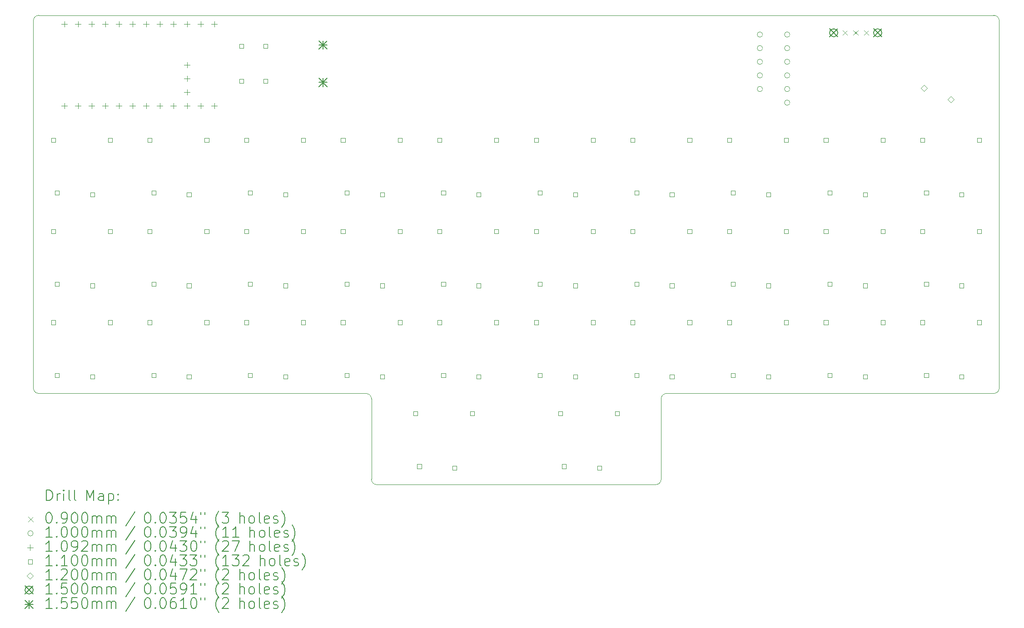
<source format=gbr>
%TF.GenerationSoftware,KiCad,Pcbnew,(7.0.0)*%
%TF.CreationDate,2023-03-07T23:45:28+01:00*%
%TF.ProjectId,mqz_board,6d717a5f-626f-4617-9264-2e6b69636164,rev?*%
%TF.SameCoordinates,Original*%
%TF.FileFunction,Drillmap*%
%TF.FilePolarity,Positive*%
%FSLAX45Y45*%
G04 Gerber Fmt 4.5, Leading zero omitted, Abs format (unit mm)*
G04 Created by KiCad (PCBNEW (7.0.0)) date 2023-03-07 23:45:28*
%MOMM*%
%LPD*%
G01*
G04 APERTURE LIST*
%ADD10C,0.100000*%
%ADD11C,0.200000*%
%ADD12C,0.090000*%
%ADD13C,0.109220*%
%ADD14C,0.110000*%
%ADD15C,0.120000*%
%ADD16C,0.150000*%
%ADD17C,0.155000*%
G04 APERTURE END LIST*
D10*
X24300000Y-5600000D02*
X24300000Y-12450000D01*
X6400000Y-5500000D02*
G75*
G03*
X6300000Y-5600000I0J-100000D01*
G01*
X24200000Y-12550000D02*
X18100000Y-12550000D01*
X17900000Y-14250000D02*
G75*
G03*
X18000000Y-14150000I0J100000D01*
G01*
X12600000Y-12650000D02*
G75*
G03*
X12500000Y-12550000I-100000J0D01*
G01*
X18000000Y-12650000D02*
X18000000Y-14150000D01*
X6400000Y-12550000D02*
X12500000Y-12550000D01*
X12600000Y-14150000D02*
X12600000Y-12650000D01*
X18100000Y-12550000D02*
G75*
G03*
X18000000Y-12650000I0J-100000D01*
G01*
X17900000Y-14250000D02*
X12700000Y-14250000D01*
X6300000Y-12450000D02*
G75*
G03*
X6400000Y-12550000I100000J0D01*
G01*
X24300000Y-5600000D02*
G75*
G03*
X24200000Y-5500000I-100000J0D01*
G01*
X6400000Y-5500000D02*
X24200000Y-5500000D01*
X6300000Y-12450000D02*
X6300000Y-5600000D01*
X12600000Y-14150000D02*
G75*
G03*
X12700000Y-14250000I100000J0D01*
G01*
X24200000Y-12550000D02*
G75*
G03*
X24300000Y-12450000I0J100000D01*
G01*
D11*
D12*
X21380000Y-5780000D02*
X21470000Y-5870000D01*
X21470000Y-5780000D02*
X21380000Y-5870000D01*
X21580000Y-5780000D02*
X21670000Y-5870000D01*
X21670000Y-5780000D02*
X21580000Y-5870000D01*
X21780000Y-5780000D02*
X21870000Y-5870000D01*
X21870000Y-5780000D02*
X21780000Y-5870000D01*
D10*
X19890000Y-5858000D02*
G75*
G03*
X19890000Y-5858000I-50000J0D01*
G01*
X19890000Y-6112000D02*
G75*
G03*
X19890000Y-6112000I-50000J0D01*
G01*
X19890000Y-6366000D02*
G75*
G03*
X19890000Y-6366000I-50000J0D01*
G01*
X19890000Y-6620000D02*
G75*
G03*
X19890000Y-6620000I-50000J0D01*
G01*
X19890000Y-6874000D02*
G75*
G03*
X19890000Y-6874000I-50000J0D01*
G01*
X20398000Y-5858000D02*
G75*
G03*
X20398000Y-5858000I-50000J0D01*
G01*
X20398000Y-6112000D02*
G75*
G03*
X20398000Y-6112000I-50000J0D01*
G01*
X20398000Y-6366000D02*
G75*
G03*
X20398000Y-6366000I-50000J0D01*
G01*
X20398000Y-6620000D02*
G75*
G03*
X20398000Y-6620000I-50000J0D01*
G01*
X20398000Y-6874000D02*
G75*
G03*
X20398000Y-6874000I-50000J0D01*
G01*
X20398000Y-7128000D02*
G75*
G03*
X20398000Y-7128000I-50000J0D01*
G01*
D13*
X6876000Y-5608390D02*
X6876000Y-5717610D01*
X6821390Y-5663000D02*
X6930610Y-5663000D01*
X6876000Y-7132390D02*
X6876000Y-7241610D01*
X6821390Y-7187000D02*
X6930610Y-7187000D01*
X7130000Y-5608390D02*
X7130000Y-5717610D01*
X7075390Y-5663000D02*
X7184610Y-5663000D01*
X7130000Y-7132390D02*
X7130000Y-7241610D01*
X7075390Y-7187000D02*
X7184610Y-7187000D01*
X7384000Y-5608390D02*
X7384000Y-5717610D01*
X7329390Y-5663000D02*
X7438610Y-5663000D01*
X7384000Y-7132390D02*
X7384000Y-7241610D01*
X7329390Y-7187000D02*
X7438610Y-7187000D01*
X7638000Y-5608390D02*
X7638000Y-5717610D01*
X7583390Y-5663000D02*
X7692610Y-5663000D01*
X7638000Y-7132390D02*
X7638000Y-7241610D01*
X7583390Y-7187000D02*
X7692610Y-7187000D01*
X7892000Y-5608390D02*
X7892000Y-5717610D01*
X7837390Y-5663000D02*
X7946610Y-5663000D01*
X7892000Y-7132390D02*
X7892000Y-7241610D01*
X7837390Y-7187000D02*
X7946610Y-7187000D01*
X8146000Y-5608390D02*
X8146000Y-5717610D01*
X8091390Y-5663000D02*
X8200610Y-5663000D01*
X8146000Y-7132390D02*
X8146000Y-7241610D01*
X8091390Y-7187000D02*
X8200610Y-7187000D01*
X8400000Y-5608390D02*
X8400000Y-5717610D01*
X8345390Y-5663000D02*
X8454610Y-5663000D01*
X8400000Y-7132390D02*
X8400000Y-7241610D01*
X8345390Y-7187000D02*
X8454610Y-7187000D01*
X8654000Y-5608390D02*
X8654000Y-5717610D01*
X8599390Y-5663000D02*
X8708610Y-5663000D01*
X8654000Y-7132390D02*
X8654000Y-7241610D01*
X8599390Y-7187000D02*
X8708610Y-7187000D01*
X8908000Y-5608390D02*
X8908000Y-5717610D01*
X8853390Y-5663000D02*
X8962610Y-5663000D01*
X8908000Y-7132390D02*
X8908000Y-7241610D01*
X8853390Y-7187000D02*
X8962610Y-7187000D01*
X9162000Y-5608390D02*
X9162000Y-5717610D01*
X9107390Y-5663000D02*
X9216610Y-5663000D01*
X9162000Y-6370390D02*
X9162000Y-6479610D01*
X9107390Y-6425000D02*
X9216610Y-6425000D01*
X9162000Y-6624390D02*
X9162000Y-6733610D01*
X9107390Y-6679000D02*
X9216610Y-6679000D01*
X9162000Y-6878390D02*
X9162000Y-6987610D01*
X9107390Y-6933000D02*
X9216610Y-6933000D01*
X9162000Y-7132390D02*
X9162000Y-7241610D01*
X9107390Y-7187000D02*
X9216610Y-7187000D01*
X9416000Y-5608390D02*
X9416000Y-5717610D01*
X9361390Y-5663000D02*
X9470610Y-5663000D01*
X9416000Y-7132390D02*
X9416000Y-7241610D01*
X9361390Y-7187000D02*
X9470610Y-7187000D01*
X9670000Y-5608390D02*
X9670000Y-5717610D01*
X9615390Y-5663000D02*
X9724610Y-5663000D01*
X9670000Y-7132390D02*
X9670000Y-7241610D01*
X9615390Y-7187000D02*
X9724610Y-7187000D01*
D14*
X6708891Y-7863891D02*
X6708891Y-7786109D01*
X6631109Y-7786109D01*
X6631109Y-7863891D01*
X6708891Y-7863891D01*
X6708891Y-9563891D02*
X6708891Y-9486109D01*
X6631109Y-9486109D01*
X6631109Y-9563891D01*
X6708891Y-9563891D01*
X6708891Y-11263891D02*
X6708891Y-11186109D01*
X6631109Y-11186109D01*
X6631109Y-11263891D01*
X6708891Y-11263891D01*
X6780891Y-8848891D02*
X6780891Y-8771109D01*
X6703109Y-8771109D01*
X6703109Y-8848891D01*
X6780891Y-8848891D01*
X6780891Y-10548891D02*
X6780891Y-10471109D01*
X6703109Y-10471109D01*
X6703109Y-10548891D01*
X6780891Y-10548891D01*
X6780891Y-12248891D02*
X6780891Y-12171109D01*
X6703109Y-12171109D01*
X6703109Y-12248891D01*
X6780891Y-12248891D01*
X7438891Y-8878891D02*
X7438891Y-8801109D01*
X7361109Y-8801109D01*
X7361109Y-8878891D01*
X7438891Y-8878891D01*
X7438891Y-10578891D02*
X7438891Y-10501109D01*
X7361109Y-10501109D01*
X7361109Y-10578891D01*
X7438891Y-10578891D01*
X7438891Y-12278891D02*
X7438891Y-12201109D01*
X7361109Y-12201109D01*
X7361109Y-12278891D01*
X7438891Y-12278891D01*
X7768891Y-7863891D02*
X7768891Y-7786109D01*
X7691109Y-7786109D01*
X7691109Y-7863891D01*
X7768891Y-7863891D01*
X7768891Y-9563891D02*
X7768891Y-9486109D01*
X7691109Y-9486109D01*
X7691109Y-9563891D01*
X7768891Y-9563891D01*
X7768891Y-11263891D02*
X7768891Y-11186109D01*
X7691109Y-11186109D01*
X7691109Y-11263891D01*
X7768891Y-11263891D01*
X8508891Y-7863891D02*
X8508891Y-7786109D01*
X8431109Y-7786109D01*
X8431109Y-7863891D01*
X8508891Y-7863891D01*
X8508891Y-9563891D02*
X8508891Y-9486109D01*
X8431109Y-9486109D01*
X8431109Y-9563891D01*
X8508891Y-9563891D01*
X8508891Y-11263891D02*
X8508891Y-11186109D01*
X8431109Y-11186109D01*
X8431109Y-11263891D01*
X8508891Y-11263891D01*
X8580891Y-8848891D02*
X8580891Y-8771109D01*
X8503109Y-8771109D01*
X8503109Y-8848891D01*
X8580891Y-8848891D01*
X8580891Y-10548891D02*
X8580891Y-10471109D01*
X8503109Y-10471109D01*
X8503109Y-10548891D01*
X8580891Y-10548891D01*
X8580891Y-12248891D02*
X8580891Y-12171109D01*
X8503109Y-12171109D01*
X8503109Y-12248891D01*
X8580891Y-12248891D01*
X9238891Y-8878891D02*
X9238891Y-8801109D01*
X9161109Y-8801109D01*
X9161109Y-8878891D01*
X9238891Y-8878891D01*
X9238891Y-10578891D02*
X9238891Y-10501109D01*
X9161109Y-10501109D01*
X9161109Y-10578891D01*
X9238891Y-10578891D01*
X9238891Y-12278891D02*
X9238891Y-12201109D01*
X9161109Y-12201109D01*
X9161109Y-12278891D01*
X9238891Y-12278891D01*
X9568891Y-7863891D02*
X9568891Y-7786109D01*
X9491109Y-7786109D01*
X9491109Y-7863891D01*
X9568891Y-7863891D01*
X9568891Y-9563891D02*
X9568891Y-9486109D01*
X9491109Y-9486109D01*
X9491109Y-9563891D01*
X9568891Y-9563891D01*
X9568891Y-11263891D02*
X9568891Y-11186109D01*
X9491109Y-11186109D01*
X9491109Y-11263891D01*
X9568891Y-11263891D01*
X10213891Y-6113891D02*
X10213891Y-6036109D01*
X10136109Y-6036109D01*
X10136109Y-6113891D01*
X10213891Y-6113891D01*
X10213891Y-6763891D02*
X10213891Y-6686109D01*
X10136109Y-6686109D01*
X10136109Y-6763891D01*
X10213891Y-6763891D01*
X10308891Y-7863891D02*
X10308891Y-7786109D01*
X10231109Y-7786109D01*
X10231109Y-7863891D01*
X10308891Y-7863891D01*
X10308891Y-9563891D02*
X10308891Y-9486109D01*
X10231109Y-9486109D01*
X10231109Y-9563891D01*
X10308891Y-9563891D01*
X10308891Y-11263891D02*
X10308891Y-11186109D01*
X10231109Y-11186109D01*
X10231109Y-11263891D01*
X10308891Y-11263891D01*
X10380891Y-8848891D02*
X10380891Y-8771109D01*
X10303109Y-8771109D01*
X10303109Y-8848891D01*
X10380891Y-8848891D01*
X10380891Y-10548891D02*
X10380891Y-10471109D01*
X10303109Y-10471109D01*
X10303109Y-10548891D01*
X10380891Y-10548891D01*
X10380891Y-12248891D02*
X10380891Y-12171109D01*
X10303109Y-12171109D01*
X10303109Y-12248891D01*
X10380891Y-12248891D01*
X10663891Y-6113891D02*
X10663891Y-6036109D01*
X10586109Y-6036109D01*
X10586109Y-6113891D01*
X10663891Y-6113891D01*
X10663891Y-6763891D02*
X10663891Y-6686109D01*
X10586109Y-6686109D01*
X10586109Y-6763891D01*
X10663891Y-6763891D01*
X11038891Y-8878891D02*
X11038891Y-8801109D01*
X10961109Y-8801109D01*
X10961109Y-8878891D01*
X11038891Y-8878891D01*
X11038891Y-10578891D02*
X11038891Y-10501109D01*
X10961109Y-10501109D01*
X10961109Y-10578891D01*
X11038891Y-10578891D01*
X11038891Y-12278891D02*
X11038891Y-12201109D01*
X10961109Y-12201109D01*
X10961109Y-12278891D01*
X11038891Y-12278891D01*
X11368891Y-7863891D02*
X11368891Y-7786109D01*
X11291109Y-7786109D01*
X11291109Y-7863891D01*
X11368891Y-7863891D01*
X11368891Y-9563891D02*
X11368891Y-9486109D01*
X11291109Y-9486109D01*
X11291109Y-9563891D01*
X11368891Y-9563891D01*
X11368891Y-11263891D02*
X11368891Y-11186109D01*
X11291109Y-11186109D01*
X11291109Y-11263891D01*
X11368891Y-11263891D01*
X12108891Y-7863891D02*
X12108891Y-7786109D01*
X12031109Y-7786109D01*
X12031109Y-7863891D01*
X12108891Y-7863891D01*
X12108891Y-9563891D02*
X12108891Y-9486109D01*
X12031109Y-9486109D01*
X12031109Y-9563891D01*
X12108891Y-9563891D01*
X12108891Y-11263891D02*
X12108891Y-11186109D01*
X12031109Y-11186109D01*
X12031109Y-11263891D01*
X12108891Y-11263891D01*
X12180891Y-8848891D02*
X12180891Y-8771109D01*
X12103109Y-8771109D01*
X12103109Y-8848891D01*
X12180891Y-8848891D01*
X12180891Y-10548891D02*
X12180891Y-10471109D01*
X12103109Y-10471109D01*
X12103109Y-10548891D01*
X12180891Y-10548891D01*
X12180891Y-12248891D02*
X12180891Y-12171109D01*
X12103109Y-12171109D01*
X12103109Y-12248891D01*
X12180891Y-12248891D01*
X12838891Y-8878891D02*
X12838891Y-8801109D01*
X12761109Y-8801109D01*
X12761109Y-8878891D01*
X12838891Y-8878891D01*
X12838891Y-10578891D02*
X12838891Y-10501109D01*
X12761109Y-10501109D01*
X12761109Y-10578891D01*
X12838891Y-10578891D01*
X12838891Y-12278891D02*
X12838891Y-12201109D01*
X12761109Y-12201109D01*
X12761109Y-12278891D01*
X12838891Y-12278891D01*
X13168891Y-7863891D02*
X13168891Y-7786109D01*
X13091109Y-7786109D01*
X13091109Y-7863891D01*
X13168891Y-7863891D01*
X13168891Y-9563891D02*
X13168891Y-9486109D01*
X13091109Y-9486109D01*
X13091109Y-9563891D01*
X13168891Y-9563891D01*
X13168891Y-11263891D02*
X13168891Y-11186109D01*
X13091109Y-11186109D01*
X13091109Y-11263891D01*
X13168891Y-11263891D01*
X13458891Y-12963891D02*
X13458891Y-12886109D01*
X13381109Y-12886109D01*
X13381109Y-12963891D01*
X13458891Y-12963891D01*
X13530891Y-13948891D02*
X13530891Y-13871109D01*
X13453109Y-13871109D01*
X13453109Y-13948891D01*
X13530891Y-13948891D01*
X13908891Y-7863891D02*
X13908891Y-7786109D01*
X13831109Y-7786109D01*
X13831109Y-7863891D01*
X13908891Y-7863891D01*
X13908891Y-9563891D02*
X13908891Y-9486109D01*
X13831109Y-9486109D01*
X13831109Y-9563891D01*
X13908891Y-9563891D01*
X13908891Y-11263891D02*
X13908891Y-11186109D01*
X13831109Y-11186109D01*
X13831109Y-11263891D01*
X13908891Y-11263891D01*
X13980891Y-8848891D02*
X13980891Y-8771109D01*
X13903109Y-8771109D01*
X13903109Y-8848891D01*
X13980891Y-8848891D01*
X13980891Y-10548891D02*
X13980891Y-10471109D01*
X13903109Y-10471109D01*
X13903109Y-10548891D01*
X13980891Y-10548891D01*
X13980891Y-12248891D02*
X13980891Y-12171109D01*
X13903109Y-12171109D01*
X13903109Y-12248891D01*
X13980891Y-12248891D01*
X14188891Y-13978891D02*
X14188891Y-13901109D01*
X14111109Y-13901109D01*
X14111109Y-13978891D01*
X14188891Y-13978891D01*
X14518891Y-12963891D02*
X14518891Y-12886109D01*
X14441109Y-12886109D01*
X14441109Y-12963891D01*
X14518891Y-12963891D01*
X14638891Y-8878891D02*
X14638891Y-8801109D01*
X14561109Y-8801109D01*
X14561109Y-8878891D01*
X14638891Y-8878891D01*
X14638891Y-10578891D02*
X14638891Y-10501109D01*
X14561109Y-10501109D01*
X14561109Y-10578891D01*
X14638891Y-10578891D01*
X14638891Y-12278891D02*
X14638891Y-12201109D01*
X14561109Y-12201109D01*
X14561109Y-12278891D01*
X14638891Y-12278891D01*
X14968891Y-7863891D02*
X14968891Y-7786109D01*
X14891109Y-7786109D01*
X14891109Y-7863891D01*
X14968891Y-7863891D01*
X14968891Y-9563891D02*
X14968891Y-9486109D01*
X14891109Y-9486109D01*
X14891109Y-9563891D01*
X14968891Y-9563891D01*
X14968891Y-11263891D02*
X14968891Y-11186109D01*
X14891109Y-11186109D01*
X14891109Y-11263891D01*
X14968891Y-11263891D01*
X15708891Y-7863891D02*
X15708891Y-7786109D01*
X15631109Y-7786109D01*
X15631109Y-7863891D01*
X15708891Y-7863891D01*
X15708891Y-9563891D02*
X15708891Y-9486109D01*
X15631109Y-9486109D01*
X15631109Y-9563891D01*
X15708891Y-9563891D01*
X15708891Y-11263891D02*
X15708891Y-11186109D01*
X15631109Y-11186109D01*
X15631109Y-11263891D01*
X15708891Y-11263891D01*
X15780891Y-8848891D02*
X15780891Y-8771109D01*
X15703109Y-8771109D01*
X15703109Y-8848891D01*
X15780891Y-8848891D01*
X15780891Y-10548891D02*
X15780891Y-10471109D01*
X15703109Y-10471109D01*
X15703109Y-10548891D01*
X15780891Y-10548891D01*
X15780891Y-12248891D02*
X15780891Y-12171109D01*
X15703109Y-12171109D01*
X15703109Y-12248891D01*
X15780891Y-12248891D01*
X16158891Y-12963891D02*
X16158891Y-12886109D01*
X16081109Y-12886109D01*
X16081109Y-12963891D01*
X16158891Y-12963891D01*
X16230891Y-13948891D02*
X16230891Y-13871109D01*
X16153109Y-13871109D01*
X16153109Y-13948891D01*
X16230891Y-13948891D01*
X16438891Y-8878891D02*
X16438891Y-8801109D01*
X16361109Y-8801109D01*
X16361109Y-8878891D01*
X16438891Y-8878891D01*
X16438891Y-10578891D02*
X16438891Y-10501109D01*
X16361109Y-10501109D01*
X16361109Y-10578891D01*
X16438891Y-10578891D01*
X16438891Y-12278891D02*
X16438891Y-12201109D01*
X16361109Y-12201109D01*
X16361109Y-12278891D01*
X16438891Y-12278891D01*
X16768891Y-7863891D02*
X16768891Y-7786109D01*
X16691109Y-7786109D01*
X16691109Y-7863891D01*
X16768891Y-7863891D01*
X16768891Y-9563891D02*
X16768891Y-9486109D01*
X16691109Y-9486109D01*
X16691109Y-9563891D01*
X16768891Y-9563891D01*
X16768891Y-11263891D02*
X16768891Y-11186109D01*
X16691109Y-11186109D01*
X16691109Y-11263891D01*
X16768891Y-11263891D01*
X16888891Y-13978891D02*
X16888891Y-13901109D01*
X16811109Y-13901109D01*
X16811109Y-13978891D01*
X16888891Y-13978891D01*
X17218891Y-12963891D02*
X17218891Y-12886109D01*
X17141109Y-12886109D01*
X17141109Y-12963891D01*
X17218891Y-12963891D01*
X17508891Y-7863891D02*
X17508891Y-7786109D01*
X17431109Y-7786109D01*
X17431109Y-7863891D01*
X17508891Y-7863891D01*
X17508891Y-9563891D02*
X17508891Y-9486109D01*
X17431109Y-9486109D01*
X17431109Y-9563891D01*
X17508891Y-9563891D01*
X17508891Y-11263891D02*
X17508891Y-11186109D01*
X17431109Y-11186109D01*
X17431109Y-11263891D01*
X17508891Y-11263891D01*
X17580891Y-8848891D02*
X17580891Y-8771109D01*
X17503109Y-8771109D01*
X17503109Y-8848891D01*
X17580891Y-8848891D01*
X17580891Y-10548891D02*
X17580891Y-10471109D01*
X17503109Y-10471109D01*
X17503109Y-10548891D01*
X17580891Y-10548891D01*
X17580891Y-12248891D02*
X17580891Y-12171109D01*
X17503109Y-12171109D01*
X17503109Y-12248891D01*
X17580891Y-12248891D01*
X18238891Y-8878891D02*
X18238891Y-8801109D01*
X18161109Y-8801109D01*
X18161109Y-8878891D01*
X18238891Y-8878891D01*
X18238891Y-10578891D02*
X18238891Y-10501109D01*
X18161109Y-10501109D01*
X18161109Y-10578891D01*
X18238891Y-10578891D01*
X18238891Y-12278891D02*
X18238891Y-12201109D01*
X18161109Y-12201109D01*
X18161109Y-12278891D01*
X18238891Y-12278891D01*
X18568891Y-7863891D02*
X18568891Y-7786109D01*
X18491109Y-7786109D01*
X18491109Y-7863891D01*
X18568891Y-7863891D01*
X18568891Y-9563891D02*
X18568891Y-9486109D01*
X18491109Y-9486109D01*
X18491109Y-9563891D01*
X18568891Y-9563891D01*
X18568891Y-11263891D02*
X18568891Y-11186109D01*
X18491109Y-11186109D01*
X18491109Y-11263891D01*
X18568891Y-11263891D01*
X19308891Y-7863891D02*
X19308891Y-7786109D01*
X19231109Y-7786109D01*
X19231109Y-7863891D01*
X19308891Y-7863891D01*
X19308891Y-9563891D02*
X19308891Y-9486109D01*
X19231109Y-9486109D01*
X19231109Y-9563891D01*
X19308891Y-9563891D01*
X19308891Y-11263891D02*
X19308891Y-11186109D01*
X19231109Y-11186109D01*
X19231109Y-11263891D01*
X19308891Y-11263891D01*
X19380891Y-8848891D02*
X19380891Y-8771109D01*
X19303109Y-8771109D01*
X19303109Y-8848891D01*
X19380891Y-8848891D01*
X19380891Y-10548891D02*
X19380891Y-10471109D01*
X19303109Y-10471109D01*
X19303109Y-10548891D01*
X19380891Y-10548891D01*
X19380891Y-12248891D02*
X19380891Y-12171109D01*
X19303109Y-12171109D01*
X19303109Y-12248891D01*
X19380891Y-12248891D01*
X20038891Y-8878891D02*
X20038891Y-8801109D01*
X19961109Y-8801109D01*
X19961109Y-8878891D01*
X20038891Y-8878891D01*
X20038891Y-10578891D02*
X20038891Y-10501109D01*
X19961109Y-10501109D01*
X19961109Y-10578891D01*
X20038891Y-10578891D01*
X20038891Y-12278891D02*
X20038891Y-12201109D01*
X19961109Y-12201109D01*
X19961109Y-12278891D01*
X20038891Y-12278891D01*
X20368891Y-7863891D02*
X20368891Y-7786109D01*
X20291109Y-7786109D01*
X20291109Y-7863891D01*
X20368891Y-7863891D01*
X20368891Y-9563891D02*
X20368891Y-9486109D01*
X20291109Y-9486109D01*
X20291109Y-9563891D01*
X20368891Y-9563891D01*
X20368891Y-11263891D02*
X20368891Y-11186109D01*
X20291109Y-11186109D01*
X20291109Y-11263891D01*
X20368891Y-11263891D01*
X21108891Y-7863891D02*
X21108891Y-7786109D01*
X21031109Y-7786109D01*
X21031109Y-7863891D01*
X21108891Y-7863891D01*
X21108891Y-9563891D02*
X21108891Y-9486109D01*
X21031109Y-9486109D01*
X21031109Y-9563891D01*
X21108891Y-9563891D01*
X21108891Y-11263891D02*
X21108891Y-11186109D01*
X21031109Y-11186109D01*
X21031109Y-11263891D01*
X21108891Y-11263891D01*
X21180891Y-8848891D02*
X21180891Y-8771109D01*
X21103109Y-8771109D01*
X21103109Y-8848891D01*
X21180891Y-8848891D01*
X21180891Y-10548891D02*
X21180891Y-10471109D01*
X21103109Y-10471109D01*
X21103109Y-10548891D01*
X21180891Y-10548891D01*
X21180891Y-12248891D02*
X21180891Y-12171109D01*
X21103109Y-12171109D01*
X21103109Y-12248891D01*
X21180891Y-12248891D01*
X21838891Y-8878891D02*
X21838891Y-8801109D01*
X21761109Y-8801109D01*
X21761109Y-8878891D01*
X21838891Y-8878891D01*
X21838891Y-10578891D02*
X21838891Y-10501109D01*
X21761109Y-10501109D01*
X21761109Y-10578891D01*
X21838891Y-10578891D01*
X21838891Y-12278891D02*
X21838891Y-12201109D01*
X21761109Y-12201109D01*
X21761109Y-12278891D01*
X21838891Y-12278891D01*
X22168891Y-7863891D02*
X22168891Y-7786109D01*
X22091109Y-7786109D01*
X22091109Y-7863891D01*
X22168891Y-7863891D01*
X22168891Y-9563891D02*
X22168891Y-9486109D01*
X22091109Y-9486109D01*
X22091109Y-9563891D01*
X22168891Y-9563891D01*
X22168891Y-11263891D02*
X22168891Y-11186109D01*
X22091109Y-11186109D01*
X22091109Y-11263891D01*
X22168891Y-11263891D01*
X22908891Y-7863891D02*
X22908891Y-7786109D01*
X22831109Y-7786109D01*
X22831109Y-7863891D01*
X22908891Y-7863891D01*
X22908891Y-9563891D02*
X22908891Y-9486109D01*
X22831109Y-9486109D01*
X22831109Y-9563891D01*
X22908891Y-9563891D01*
X22908891Y-11263891D02*
X22908891Y-11186109D01*
X22831109Y-11186109D01*
X22831109Y-11263891D01*
X22908891Y-11263891D01*
X22980891Y-8848891D02*
X22980891Y-8771109D01*
X22903109Y-8771109D01*
X22903109Y-8848891D01*
X22980891Y-8848891D01*
X22980891Y-10548891D02*
X22980891Y-10471109D01*
X22903109Y-10471109D01*
X22903109Y-10548891D01*
X22980891Y-10548891D01*
X22980891Y-12248891D02*
X22980891Y-12171109D01*
X22903109Y-12171109D01*
X22903109Y-12248891D01*
X22980891Y-12248891D01*
X23638891Y-8878891D02*
X23638891Y-8801109D01*
X23561109Y-8801109D01*
X23561109Y-8878891D01*
X23638891Y-8878891D01*
X23638891Y-10578891D02*
X23638891Y-10501109D01*
X23561109Y-10501109D01*
X23561109Y-10578891D01*
X23638891Y-10578891D01*
X23638891Y-12278891D02*
X23638891Y-12201109D01*
X23561109Y-12201109D01*
X23561109Y-12278891D01*
X23638891Y-12278891D01*
X23968891Y-7863891D02*
X23968891Y-7786109D01*
X23891109Y-7786109D01*
X23891109Y-7863891D01*
X23968891Y-7863891D01*
X23968891Y-9563891D02*
X23968891Y-9486109D01*
X23891109Y-9486109D01*
X23891109Y-9563891D01*
X23968891Y-9563891D01*
X23968891Y-11263891D02*
X23968891Y-11186109D01*
X23891109Y-11186109D01*
X23891109Y-11263891D01*
X23968891Y-11263891D01*
D15*
X22900000Y-6920000D02*
X22960000Y-6860000D01*
X22900000Y-6800000D01*
X22840000Y-6860000D01*
X22900000Y-6920000D01*
X23400000Y-7130000D02*
X23460000Y-7070000D01*
X23400000Y-7010000D01*
X23340000Y-7070000D01*
X23400000Y-7130000D01*
D16*
X21140000Y-5750000D02*
X21290000Y-5900000D01*
X21290000Y-5750000D02*
X21140000Y-5900000D01*
X21290000Y-5825000D02*
G75*
G03*
X21290000Y-5825000I-75000J0D01*
G01*
X21960000Y-5750000D02*
X22110000Y-5900000D01*
X22110000Y-5750000D02*
X21960000Y-5900000D01*
X22110000Y-5825000D02*
G75*
G03*
X22110000Y-5825000I-75000J0D01*
G01*
D17*
X11622500Y-5972500D02*
X11777500Y-6127500D01*
X11777500Y-5972500D02*
X11622500Y-6127500D01*
X11700000Y-5972500D02*
X11700000Y-6127500D01*
X11622500Y-6050000D02*
X11777500Y-6050000D01*
X11622500Y-6672500D02*
X11777500Y-6827500D01*
X11777500Y-6672500D02*
X11622500Y-6827500D01*
X11700000Y-6672500D02*
X11700000Y-6827500D01*
X11622500Y-6750000D02*
X11777500Y-6750000D01*
D11*
X6542619Y-14548476D02*
X6542619Y-14348476D01*
X6542619Y-14348476D02*
X6590238Y-14348476D01*
X6590238Y-14348476D02*
X6618809Y-14358000D01*
X6618809Y-14358000D02*
X6637857Y-14377048D01*
X6637857Y-14377048D02*
X6647381Y-14396095D01*
X6647381Y-14396095D02*
X6656905Y-14434190D01*
X6656905Y-14434190D02*
X6656905Y-14462762D01*
X6656905Y-14462762D02*
X6647381Y-14500857D01*
X6647381Y-14500857D02*
X6637857Y-14519905D01*
X6637857Y-14519905D02*
X6618809Y-14538952D01*
X6618809Y-14538952D02*
X6590238Y-14548476D01*
X6590238Y-14548476D02*
X6542619Y-14548476D01*
X6742619Y-14548476D02*
X6742619Y-14415143D01*
X6742619Y-14453238D02*
X6752143Y-14434190D01*
X6752143Y-14434190D02*
X6761667Y-14424667D01*
X6761667Y-14424667D02*
X6780714Y-14415143D01*
X6780714Y-14415143D02*
X6799762Y-14415143D01*
X6866428Y-14548476D02*
X6866428Y-14415143D01*
X6866428Y-14348476D02*
X6856905Y-14358000D01*
X6856905Y-14358000D02*
X6866428Y-14367524D01*
X6866428Y-14367524D02*
X6875952Y-14358000D01*
X6875952Y-14358000D02*
X6866428Y-14348476D01*
X6866428Y-14348476D02*
X6866428Y-14367524D01*
X6990238Y-14548476D02*
X6971190Y-14538952D01*
X6971190Y-14538952D02*
X6961667Y-14519905D01*
X6961667Y-14519905D02*
X6961667Y-14348476D01*
X7095000Y-14548476D02*
X7075952Y-14538952D01*
X7075952Y-14538952D02*
X7066428Y-14519905D01*
X7066428Y-14519905D02*
X7066428Y-14348476D01*
X7291190Y-14548476D02*
X7291190Y-14348476D01*
X7291190Y-14348476D02*
X7357857Y-14491333D01*
X7357857Y-14491333D02*
X7424524Y-14348476D01*
X7424524Y-14348476D02*
X7424524Y-14548476D01*
X7605476Y-14548476D02*
X7605476Y-14443714D01*
X7605476Y-14443714D02*
X7595952Y-14424667D01*
X7595952Y-14424667D02*
X7576905Y-14415143D01*
X7576905Y-14415143D02*
X7538809Y-14415143D01*
X7538809Y-14415143D02*
X7519762Y-14424667D01*
X7605476Y-14538952D02*
X7586428Y-14548476D01*
X7586428Y-14548476D02*
X7538809Y-14548476D01*
X7538809Y-14548476D02*
X7519762Y-14538952D01*
X7519762Y-14538952D02*
X7510238Y-14519905D01*
X7510238Y-14519905D02*
X7510238Y-14500857D01*
X7510238Y-14500857D02*
X7519762Y-14481809D01*
X7519762Y-14481809D02*
X7538809Y-14472286D01*
X7538809Y-14472286D02*
X7586428Y-14472286D01*
X7586428Y-14472286D02*
X7605476Y-14462762D01*
X7700714Y-14415143D02*
X7700714Y-14615143D01*
X7700714Y-14424667D02*
X7719762Y-14415143D01*
X7719762Y-14415143D02*
X7757857Y-14415143D01*
X7757857Y-14415143D02*
X7776905Y-14424667D01*
X7776905Y-14424667D02*
X7786428Y-14434190D01*
X7786428Y-14434190D02*
X7795952Y-14453238D01*
X7795952Y-14453238D02*
X7795952Y-14510381D01*
X7795952Y-14510381D02*
X7786428Y-14529428D01*
X7786428Y-14529428D02*
X7776905Y-14538952D01*
X7776905Y-14538952D02*
X7757857Y-14548476D01*
X7757857Y-14548476D02*
X7719762Y-14548476D01*
X7719762Y-14548476D02*
X7700714Y-14538952D01*
X7881667Y-14529428D02*
X7891190Y-14538952D01*
X7891190Y-14538952D02*
X7881667Y-14548476D01*
X7881667Y-14548476D02*
X7872143Y-14538952D01*
X7872143Y-14538952D02*
X7881667Y-14529428D01*
X7881667Y-14529428D02*
X7881667Y-14548476D01*
X7881667Y-14424667D02*
X7891190Y-14434190D01*
X7891190Y-14434190D02*
X7881667Y-14443714D01*
X7881667Y-14443714D02*
X7872143Y-14434190D01*
X7872143Y-14434190D02*
X7881667Y-14424667D01*
X7881667Y-14424667D02*
X7881667Y-14443714D01*
D12*
X6205000Y-14850000D02*
X6295000Y-14940000D01*
X6295000Y-14850000D02*
X6205000Y-14940000D01*
D11*
X6580714Y-14768476D02*
X6599762Y-14768476D01*
X6599762Y-14768476D02*
X6618809Y-14778000D01*
X6618809Y-14778000D02*
X6628333Y-14787524D01*
X6628333Y-14787524D02*
X6637857Y-14806571D01*
X6637857Y-14806571D02*
X6647381Y-14844667D01*
X6647381Y-14844667D02*
X6647381Y-14892286D01*
X6647381Y-14892286D02*
X6637857Y-14930381D01*
X6637857Y-14930381D02*
X6628333Y-14949428D01*
X6628333Y-14949428D02*
X6618809Y-14958952D01*
X6618809Y-14958952D02*
X6599762Y-14968476D01*
X6599762Y-14968476D02*
X6580714Y-14968476D01*
X6580714Y-14968476D02*
X6561667Y-14958952D01*
X6561667Y-14958952D02*
X6552143Y-14949428D01*
X6552143Y-14949428D02*
X6542619Y-14930381D01*
X6542619Y-14930381D02*
X6533095Y-14892286D01*
X6533095Y-14892286D02*
X6533095Y-14844667D01*
X6533095Y-14844667D02*
X6542619Y-14806571D01*
X6542619Y-14806571D02*
X6552143Y-14787524D01*
X6552143Y-14787524D02*
X6561667Y-14778000D01*
X6561667Y-14778000D02*
X6580714Y-14768476D01*
X6733095Y-14949428D02*
X6742619Y-14958952D01*
X6742619Y-14958952D02*
X6733095Y-14968476D01*
X6733095Y-14968476D02*
X6723571Y-14958952D01*
X6723571Y-14958952D02*
X6733095Y-14949428D01*
X6733095Y-14949428D02*
X6733095Y-14968476D01*
X6837857Y-14968476D02*
X6875952Y-14968476D01*
X6875952Y-14968476D02*
X6895000Y-14958952D01*
X6895000Y-14958952D02*
X6904524Y-14949428D01*
X6904524Y-14949428D02*
X6923571Y-14920857D01*
X6923571Y-14920857D02*
X6933095Y-14882762D01*
X6933095Y-14882762D02*
X6933095Y-14806571D01*
X6933095Y-14806571D02*
X6923571Y-14787524D01*
X6923571Y-14787524D02*
X6914048Y-14778000D01*
X6914048Y-14778000D02*
X6895000Y-14768476D01*
X6895000Y-14768476D02*
X6856905Y-14768476D01*
X6856905Y-14768476D02*
X6837857Y-14778000D01*
X6837857Y-14778000D02*
X6828333Y-14787524D01*
X6828333Y-14787524D02*
X6818809Y-14806571D01*
X6818809Y-14806571D02*
X6818809Y-14854190D01*
X6818809Y-14854190D02*
X6828333Y-14873238D01*
X6828333Y-14873238D02*
X6837857Y-14882762D01*
X6837857Y-14882762D02*
X6856905Y-14892286D01*
X6856905Y-14892286D02*
X6895000Y-14892286D01*
X6895000Y-14892286D02*
X6914048Y-14882762D01*
X6914048Y-14882762D02*
X6923571Y-14873238D01*
X6923571Y-14873238D02*
X6933095Y-14854190D01*
X7056905Y-14768476D02*
X7075952Y-14768476D01*
X7075952Y-14768476D02*
X7095000Y-14778000D01*
X7095000Y-14778000D02*
X7104524Y-14787524D01*
X7104524Y-14787524D02*
X7114048Y-14806571D01*
X7114048Y-14806571D02*
X7123571Y-14844667D01*
X7123571Y-14844667D02*
X7123571Y-14892286D01*
X7123571Y-14892286D02*
X7114048Y-14930381D01*
X7114048Y-14930381D02*
X7104524Y-14949428D01*
X7104524Y-14949428D02*
X7095000Y-14958952D01*
X7095000Y-14958952D02*
X7075952Y-14968476D01*
X7075952Y-14968476D02*
X7056905Y-14968476D01*
X7056905Y-14968476D02*
X7037857Y-14958952D01*
X7037857Y-14958952D02*
X7028333Y-14949428D01*
X7028333Y-14949428D02*
X7018809Y-14930381D01*
X7018809Y-14930381D02*
X7009286Y-14892286D01*
X7009286Y-14892286D02*
X7009286Y-14844667D01*
X7009286Y-14844667D02*
X7018809Y-14806571D01*
X7018809Y-14806571D02*
X7028333Y-14787524D01*
X7028333Y-14787524D02*
X7037857Y-14778000D01*
X7037857Y-14778000D02*
X7056905Y-14768476D01*
X7247381Y-14768476D02*
X7266429Y-14768476D01*
X7266429Y-14768476D02*
X7285476Y-14778000D01*
X7285476Y-14778000D02*
X7295000Y-14787524D01*
X7295000Y-14787524D02*
X7304524Y-14806571D01*
X7304524Y-14806571D02*
X7314048Y-14844667D01*
X7314048Y-14844667D02*
X7314048Y-14892286D01*
X7314048Y-14892286D02*
X7304524Y-14930381D01*
X7304524Y-14930381D02*
X7295000Y-14949428D01*
X7295000Y-14949428D02*
X7285476Y-14958952D01*
X7285476Y-14958952D02*
X7266429Y-14968476D01*
X7266429Y-14968476D02*
X7247381Y-14968476D01*
X7247381Y-14968476D02*
X7228333Y-14958952D01*
X7228333Y-14958952D02*
X7218809Y-14949428D01*
X7218809Y-14949428D02*
X7209286Y-14930381D01*
X7209286Y-14930381D02*
X7199762Y-14892286D01*
X7199762Y-14892286D02*
X7199762Y-14844667D01*
X7199762Y-14844667D02*
X7209286Y-14806571D01*
X7209286Y-14806571D02*
X7218809Y-14787524D01*
X7218809Y-14787524D02*
X7228333Y-14778000D01*
X7228333Y-14778000D02*
X7247381Y-14768476D01*
X7399762Y-14968476D02*
X7399762Y-14835143D01*
X7399762Y-14854190D02*
X7409286Y-14844667D01*
X7409286Y-14844667D02*
X7428333Y-14835143D01*
X7428333Y-14835143D02*
X7456905Y-14835143D01*
X7456905Y-14835143D02*
X7475952Y-14844667D01*
X7475952Y-14844667D02*
X7485476Y-14863714D01*
X7485476Y-14863714D02*
X7485476Y-14968476D01*
X7485476Y-14863714D02*
X7495000Y-14844667D01*
X7495000Y-14844667D02*
X7514048Y-14835143D01*
X7514048Y-14835143D02*
X7542619Y-14835143D01*
X7542619Y-14835143D02*
X7561667Y-14844667D01*
X7561667Y-14844667D02*
X7571190Y-14863714D01*
X7571190Y-14863714D02*
X7571190Y-14968476D01*
X7666429Y-14968476D02*
X7666429Y-14835143D01*
X7666429Y-14854190D02*
X7675952Y-14844667D01*
X7675952Y-14844667D02*
X7695000Y-14835143D01*
X7695000Y-14835143D02*
X7723571Y-14835143D01*
X7723571Y-14835143D02*
X7742619Y-14844667D01*
X7742619Y-14844667D02*
X7752143Y-14863714D01*
X7752143Y-14863714D02*
X7752143Y-14968476D01*
X7752143Y-14863714D02*
X7761667Y-14844667D01*
X7761667Y-14844667D02*
X7780714Y-14835143D01*
X7780714Y-14835143D02*
X7809286Y-14835143D01*
X7809286Y-14835143D02*
X7828333Y-14844667D01*
X7828333Y-14844667D02*
X7837857Y-14863714D01*
X7837857Y-14863714D02*
X7837857Y-14968476D01*
X8195952Y-14758952D02*
X8024524Y-15016095D01*
X8420714Y-14768476D02*
X8439762Y-14768476D01*
X8439762Y-14768476D02*
X8458810Y-14778000D01*
X8458810Y-14778000D02*
X8468333Y-14787524D01*
X8468333Y-14787524D02*
X8477857Y-14806571D01*
X8477857Y-14806571D02*
X8487381Y-14844667D01*
X8487381Y-14844667D02*
X8487381Y-14892286D01*
X8487381Y-14892286D02*
X8477857Y-14930381D01*
X8477857Y-14930381D02*
X8468333Y-14949428D01*
X8468333Y-14949428D02*
X8458810Y-14958952D01*
X8458810Y-14958952D02*
X8439762Y-14968476D01*
X8439762Y-14968476D02*
X8420714Y-14968476D01*
X8420714Y-14968476D02*
X8401667Y-14958952D01*
X8401667Y-14958952D02*
X8392143Y-14949428D01*
X8392143Y-14949428D02*
X8382619Y-14930381D01*
X8382619Y-14930381D02*
X8373095Y-14892286D01*
X8373095Y-14892286D02*
X8373095Y-14844667D01*
X8373095Y-14844667D02*
X8382619Y-14806571D01*
X8382619Y-14806571D02*
X8392143Y-14787524D01*
X8392143Y-14787524D02*
X8401667Y-14778000D01*
X8401667Y-14778000D02*
X8420714Y-14768476D01*
X8573095Y-14949428D02*
X8582619Y-14958952D01*
X8582619Y-14958952D02*
X8573095Y-14968476D01*
X8573095Y-14968476D02*
X8563572Y-14958952D01*
X8563572Y-14958952D02*
X8573095Y-14949428D01*
X8573095Y-14949428D02*
X8573095Y-14968476D01*
X8706429Y-14768476D02*
X8725476Y-14768476D01*
X8725476Y-14768476D02*
X8744524Y-14778000D01*
X8744524Y-14778000D02*
X8754048Y-14787524D01*
X8754048Y-14787524D02*
X8763572Y-14806571D01*
X8763572Y-14806571D02*
X8773095Y-14844667D01*
X8773095Y-14844667D02*
X8773095Y-14892286D01*
X8773095Y-14892286D02*
X8763572Y-14930381D01*
X8763572Y-14930381D02*
X8754048Y-14949428D01*
X8754048Y-14949428D02*
X8744524Y-14958952D01*
X8744524Y-14958952D02*
X8725476Y-14968476D01*
X8725476Y-14968476D02*
X8706429Y-14968476D01*
X8706429Y-14968476D02*
X8687381Y-14958952D01*
X8687381Y-14958952D02*
X8677857Y-14949428D01*
X8677857Y-14949428D02*
X8668333Y-14930381D01*
X8668333Y-14930381D02*
X8658810Y-14892286D01*
X8658810Y-14892286D02*
X8658810Y-14844667D01*
X8658810Y-14844667D02*
X8668333Y-14806571D01*
X8668333Y-14806571D02*
X8677857Y-14787524D01*
X8677857Y-14787524D02*
X8687381Y-14778000D01*
X8687381Y-14778000D02*
X8706429Y-14768476D01*
X8839762Y-14768476D02*
X8963572Y-14768476D01*
X8963572Y-14768476D02*
X8896905Y-14844667D01*
X8896905Y-14844667D02*
X8925476Y-14844667D01*
X8925476Y-14844667D02*
X8944524Y-14854190D01*
X8944524Y-14854190D02*
X8954048Y-14863714D01*
X8954048Y-14863714D02*
X8963572Y-14882762D01*
X8963572Y-14882762D02*
X8963572Y-14930381D01*
X8963572Y-14930381D02*
X8954048Y-14949428D01*
X8954048Y-14949428D02*
X8944524Y-14958952D01*
X8944524Y-14958952D02*
X8925476Y-14968476D01*
X8925476Y-14968476D02*
X8868333Y-14968476D01*
X8868333Y-14968476D02*
X8849286Y-14958952D01*
X8849286Y-14958952D02*
X8839762Y-14949428D01*
X9144524Y-14768476D02*
X9049286Y-14768476D01*
X9049286Y-14768476D02*
X9039762Y-14863714D01*
X9039762Y-14863714D02*
X9049286Y-14854190D01*
X9049286Y-14854190D02*
X9068333Y-14844667D01*
X9068333Y-14844667D02*
X9115953Y-14844667D01*
X9115953Y-14844667D02*
X9135000Y-14854190D01*
X9135000Y-14854190D02*
X9144524Y-14863714D01*
X9144524Y-14863714D02*
X9154048Y-14882762D01*
X9154048Y-14882762D02*
X9154048Y-14930381D01*
X9154048Y-14930381D02*
X9144524Y-14949428D01*
X9144524Y-14949428D02*
X9135000Y-14958952D01*
X9135000Y-14958952D02*
X9115953Y-14968476D01*
X9115953Y-14968476D02*
X9068333Y-14968476D01*
X9068333Y-14968476D02*
X9049286Y-14958952D01*
X9049286Y-14958952D02*
X9039762Y-14949428D01*
X9325476Y-14835143D02*
X9325476Y-14968476D01*
X9277857Y-14758952D02*
X9230238Y-14901809D01*
X9230238Y-14901809D02*
X9354048Y-14901809D01*
X9420714Y-14768476D02*
X9420714Y-14806571D01*
X9496905Y-14768476D02*
X9496905Y-14806571D01*
X9759762Y-15044667D02*
X9750238Y-15035143D01*
X9750238Y-15035143D02*
X9731191Y-15006571D01*
X9731191Y-15006571D02*
X9721667Y-14987524D01*
X9721667Y-14987524D02*
X9712143Y-14958952D01*
X9712143Y-14958952D02*
X9702619Y-14911333D01*
X9702619Y-14911333D02*
X9702619Y-14873238D01*
X9702619Y-14873238D02*
X9712143Y-14825619D01*
X9712143Y-14825619D02*
X9721667Y-14797048D01*
X9721667Y-14797048D02*
X9731191Y-14778000D01*
X9731191Y-14778000D02*
X9750238Y-14749428D01*
X9750238Y-14749428D02*
X9759762Y-14739905D01*
X9816905Y-14768476D02*
X9940714Y-14768476D01*
X9940714Y-14768476D02*
X9874048Y-14844667D01*
X9874048Y-14844667D02*
X9902619Y-14844667D01*
X9902619Y-14844667D02*
X9921667Y-14854190D01*
X9921667Y-14854190D02*
X9931191Y-14863714D01*
X9931191Y-14863714D02*
X9940714Y-14882762D01*
X9940714Y-14882762D02*
X9940714Y-14930381D01*
X9940714Y-14930381D02*
X9931191Y-14949428D01*
X9931191Y-14949428D02*
X9921667Y-14958952D01*
X9921667Y-14958952D02*
X9902619Y-14968476D01*
X9902619Y-14968476D02*
X9845476Y-14968476D01*
X9845476Y-14968476D02*
X9826429Y-14958952D01*
X9826429Y-14958952D02*
X9816905Y-14949428D01*
X10146429Y-14968476D02*
X10146429Y-14768476D01*
X10232143Y-14968476D02*
X10232143Y-14863714D01*
X10232143Y-14863714D02*
X10222619Y-14844667D01*
X10222619Y-14844667D02*
X10203572Y-14835143D01*
X10203572Y-14835143D02*
X10175000Y-14835143D01*
X10175000Y-14835143D02*
X10155953Y-14844667D01*
X10155953Y-14844667D02*
X10146429Y-14854190D01*
X10355953Y-14968476D02*
X10336905Y-14958952D01*
X10336905Y-14958952D02*
X10327381Y-14949428D01*
X10327381Y-14949428D02*
X10317857Y-14930381D01*
X10317857Y-14930381D02*
X10317857Y-14873238D01*
X10317857Y-14873238D02*
X10327381Y-14854190D01*
X10327381Y-14854190D02*
X10336905Y-14844667D01*
X10336905Y-14844667D02*
X10355953Y-14835143D01*
X10355953Y-14835143D02*
X10384524Y-14835143D01*
X10384524Y-14835143D02*
X10403572Y-14844667D01*
X10403572Y-14844667D02*
X10413095Y-14854190D01*
X10413095Y-14854190D02*
X10422619Y-14873238D01*
X10422619Y-14873238D02*
X10422619Y-14930381D01*
X10422619Y-14930381D02*
X10413095Y-14949428D01*
X10413095Y-14949428D02*
X10403572Y-14958952D01*
X10403572Y-14958952D02*
X10384524Y-14968476D01*
X10384524Y-14968476D02*
X10355953Y-14968476D01*
X10536905Y-14968476D02*
X10517857Y-14958952D01*
X10517857Y-14958952D02*
X10508334Y-14939905D01*
X10508334Y-14939905D02*
X10508334Y-14768476D01*
X10689286Y-14958952D02*
X10670238Y-14968476D01*
X10670238Y-14968476D02*
X10632143Y-14968476D01*
X10632143Y-14968476D02*
X10613095Y-14958952D01*
X10613095Y-14958952D02*
X10603572Y-14939905D01*
X10603572Y-14939905D02*
X10603572Y-14863714D01*
X10603572Y-14863714D02*
X10613095Y-14844667D01*
X10613095Y-14844667D02*
X10632143Y-14835143D01*
X10632143Y-14835143D02*
X10670238Y-14835143D01*
X10670238Y-14835143D02*
X10689286Y-14844667D01*
X10689286Y-14844667D02*
X10698810Y-14863714D01*
X10698810Y-14863714D02*
X10698810Y-14882762D01*
X10698810Y-14882762D02*
X10603572Y-14901809D01*
X10775000Y-14958952D02*
X10794048Y-14968476D01*
X10794048Y-14968476D02*
X10832143Y-14968476D01*
X10832143Y-14968476D02*
X10851191Y-14958952D01*
X10851191Y-14958952D02*
X10860715Y-14939905D01*
X10860715Y-14939905D02*
X10860715Y-14930381D01*
X10860715Y-14930381D02*
X10851191Y-14911333D01*
X10851191Y-14911333D02*
X10832143Y-14901809D01*
X10832143Y-14901809D02*
X10803572Y-14901809D01*
X10803572Y-14901809D02*
X10784524Y-14892286D01*
X10784524Y-14892286D02*
X10775000Y-14873238D01*
X10775000Y-14873238D02*
X10775000Y-14863714D01*
X10775000Y-14863714D02*
X10784524Y-14844667D01*
X10784524Y-14844667D02*
X10803572Y-14835143D01*
X10803572Y-14835143D02*
X10832143Y-14835143D01*
X10832143Y-14835143D02*
X10851191Y-14844667D01*
X10927381Y-15044667D02*
X10936905Y-15035143D01*
X10936905Y-15035143D02*
X10955953Y-15006571D01*
X10955953Y-15006571D02*
X10965476Y-14987524D01*
X10965476Y-14987524D02*
X10975000Y-14958952D01*
X10975000Y-14958952D02*
X10984524Y-14911333D01*
X10984524Y-14911333D02*
X10984524Y-14873238D01*
X10984524Y-14873238D02*
X10975000Y-14825619D01*
X10975000Y-14825619D02*
X10965476Y-14797048D01*
X10965476Y-14797048D02*
X10955953Y-14778000D01*
X10955953Y-14778000D02*
X10936905Y-14749428D01*
X10936905Y-14749428D02*
X10927381Y-14739905D01*
D10*
X6295000Y-15159000D02*
G75*
G03*
X6295000Y-15159000I-50000J0D01*
G01*
D11*
X6647381Y-15232476D02*
X6533095Y-15232476D01*
X6590238Y-15232476D02*
X6590238Y-15032476D01*
X6590238Y-15032476D02*
X6571190Y-15061048D01*
X6571190Y-15061048D02*
X6552143Y-15080095D01*
X6552143Y-15080095D02*
X6533095Y-15089619D01*
X6733095Y-15213428D02*
X6742619Y-15222952D01*
X6742619Y-15222952D02*
X6733095Y-15232476D01*
X6733095Y-15232476D02*
X6723571Y-15222952D01*
X6723571Y-15222952D02*
X6733095Y-15213428D01*
X6733095Y-15213428D02*
X6733095Y-15232476D01*
X6866428Y-15032476D02*
X6885476Y-15032476D01*
X6885476Y-15032476D02*
X6904524Y-15042000D01*
X6904524Y-15042000D02*
X6914048Y-15051524D01*
X6914048Y-15051524D02*
X6923571Y-15070571D01*
X6923571Y-15070571D02*
X6933095Y-15108667D01*
X6933095Y-15108667D02*
X6933095Y-15156286D01*
X6933095Y-15156286D02*
X6923571Y-15194381D01*
X6923571Y-15194381D02*
X6914048Y-15213428D01*
X6914048Y-15213428D02*
X6904524Y-15222952D01*
X6904524Y-15222952D02*
X6885476Y-15232476D01*
X6885476Y-15232476D02*
X6866428Y-15232476D01*
X6866428Y-15232476D02*
X6847381Y-15222952D01*
X6847381Y-15222952D02*
X6837857Y-15213428D01*
X6837857Y-15213428D02*
X6828333Y-15194381D01*
X6828333Y-15194381D02*
X6818809Y-15156286D01*
X6818809Y-15156286D02*
X6818809Y-15108667D01*
X6818809Y-15108667D02*
X6828333Y-15070571D01*
X6828333Y-15070571D02*
X6837857Y-15051524D01*
X6837857Y-15051524D02*
X6847381Y-15042000D01*
X6847381Y-15042000D02*
X6866428Y-15032476D01*
X7056905Y-15032476D02*
X7075952Y-15032476D01*
X7075952Y-15032476D02*
X7095000Y-15042000D01*
X7095000Y-15042000D02*
X7104524Y-15051524D01*
X7104524Y-15051524D02*
X7114048Y-15070571D01*
X7114048Y-15070571D02*
X7123571Y-15108667D01*
X7123571Y-15108667D02*
X7123571Y-15156286D01*
X7123571Y-15156286D02*
X7114048Y-15194381D01*
X7114048Y-15194381D02*
X7104524Y-15213428D01*
X7104524Y-15213428D02*
X7095000Y-15222952D01*
X7095000Y-15222952D02*
X7075952Y-15232476D01*
X7075952Y-15232476D02*
X7056905Y-15232476D01*
X7056905Y-15232476D02*
X7037857Y-15222952D01*
X7037857Y-15222952D02*
X7028333Y-15213428D01*
X7028333Y-15213428D02*
X7018809Y-15194381D01*
X7018809Y-15194381D02*
X7009286Y-15156286D01*
X7009286Y-15156286D02*
X7009286Y-15108667D01*
X7009286Y-15108667D02*
X7018809Y-15070571D01*
X7018809Y-15070571D02*
X7028333Y-15051524D01*
X7028333Y-15051524D02*
X7037857Y-15042000D01*
X7037857Y-15042000D02*
X7056905Y-15032476D01*
X7247381Y-15032476D02*
X7266429Y-15032476D01*
X7266429Y-15032476D02*
X7285476Y-15042000D01*
X7285476Y-15042000D02*
X7295000Y-15051524D01*
X7295000Y-15051524D02*
X7304524Y-15070571D01*
X7304524Y-15070571D02*
X7314048Y-15108667D01*
X7314048Y-15108667D02*
X7314048Y-15156286D01*
X7314048Y-15156286D02*
X7304524Y-15194381D01*
X7304524Y-15194381D02*
X7295000Y-15213428D01*
X7295000Y-15213428D02*
X7285476Y-15222952D01*
X7285476Y-15222952D02*
X7266429Y-15232476D01*
X7266429Y-15232476D02*
X7247381Y-15232476D01*
X7247381Y-15232476D02*
X7228333Y-15222952D01*
X7228333Y-15222952D02*
X7218809Y-15213428D01*
X7218809Y-15213428D02*
X7209286Y-15194381D01*
X7209286Y-15194381D02*
X7199762Y-15156286D01*
X7199762Y-15156286D02*
X7199762Y-15108667D01*
X7199762Y-15108667D02*
X7209286Y-15070571D01*
X7209286Y-15070571D02*
X7218809Y-15051524D01*
X7218809Y-15051524D02*
X7228333Y-15042000D01*
X7228333Y-15042000D02*
X7247381Y-15032476D01*
X7399762Y-15232476D02*
X7399762Y-15099143D01*
X7399762Y-15118190D02*
X7409286Y-15108667D01*
X7409286Y-15108667D02*
X7428333Y-15099143D01*
X7428333Y-15099143D02*
X7456905Y-15099143D01*
X7456905Y-15099143D02*
X7475952Y-15108667D01*
X7475952Y-15108667D02*
X7485476Y-15127714D01*
X7485476Y-15127714D02*
X7485476Y-15232476D01*
X7485476Y-15127714D02*
X7495000Y-15108667D01*
X7495000Y-15108667D02*
X7514048Y-15099143D01*
X7514048Y-15099143D02*
X7542619Y-15099143D01*
X7542619Y-15099143D02*
X7561667Y-15108667D01*
X7561667Y-15108667D02*
X7571190Y-15127714D01*
X7571190Y-15127714D02*
X7571190Y-15232476D01*
X7666429Y-15232476D02*
X7666429Y-15099143D01*
X7666429Y-15118190D02*
X7675952Y-15108667D01*
X7675952Y-15108667D02*
X7695000Y-15099143D01*
X7695000Y-15099143D02*
X7723571Y-15099143D01*
X7723571Y-15099143D02*
X7742619Y-15108667D01*
X7742619Y-15108667D02*
X7752143Y-15127714D01*
X7752143Y-15127714D02*
X7752143Y-15232476D01*
X7752143Y-15127714D02*
X7761667Y-15108667D01*
X7761667Y-15108667D02*
X7780714Y-15099143D01*
X7780714Y-15099143D02*
X7809286Y-15099143D01*
X7809286Y-15099143D02*
X7828333Y-15108667D01*
X7828333Y-15108667D02*
X7837857Y-15127714D01*
X7837857Y-15127714D02*
X7837857Y-15232476D01*
X8195952Y-15022952D02*
X8024524Y-15280095D01*
X8420714Y-15032476D02*
X8439762Y-15032476D01*
X8439762Y-15032476D02*
X8458810Y-15042000D01*
X8458810Y-15042000D02*
X8468333Y-15051524D01*
X8468333Y-15051524D02*
X8477857Y-15070571D01*
X8477857Y-15070571D02*
X8487381Y-15108667D01*
X8487381Y-15108667D02*
X8487381Y-15156286D01*
X8487381Y-15156286D02*
X8477857Y-15194381D01*
X8477857Y-15194381D02*
X8468333Y-15213428D01*
X8468333Y-15213428D02*
X8458810Y-15222952D01*
X8458810Y-15222952D02*
X8439762Y-15232476D01*
X8439762Y-15232476D02*
X8420714Y-15232476D01*
X8420714Y-15232476D02*
X8401667Y-15222952D01*
X8401667Y-15222952D02*
X8392143Y-15213428D01*
X8392143Y-15213428D02*
X8382619Y-15194381D01*
X8382619Y-15194381D02*
X8373095Y-15156286D01*
X8373095Y-15156286D02*
X8373095Y-15108667D01*
X8373095Y-15108667D02*
X8382619Y-15070571D01*
X8382619Y-15070571D02*
X8392143Y-15051524D01*
X8392143Y-15051524D02*
X8401667Y-15042000D01*
X8401667Y-15042000D02*
X8420714Y-15032476D01*
X8573095Y-15213428D02*
X8582619Y-15222952D01*
X8582619Y-15222952D02*
X8573095Y-15232476D01*
X8573095Y-15232476D02*
X8563572Y-15222952D01*
X8563572Y-15222952D02*
X8573095Y-15213428D01*
X8573095Y-15213428D02*
X8573095Y-15232476D01*
X8706429Y-15032476D02*
X8725476Y-15032476D01*
X8725476Y-15032476D02*
X8744524Y-15042000D01*
X8744524Y-15042000D02*
X8754048Y-15051524D01*
X8754048Y-15051524D02*
X8763572Y-15070571D01*
X8763572Y-15070571D02*
X8773095Y-15108667D01*
X8773095Y-15108667D02*
X8773095Y-15156286D01*
X8773095Y-15156286D02*
X8763572Y-15194381D01*
X8763572Y-15194381D02*
X8754048Y-15213428D01*
X8754048Y-15213428D02*
X8744524Y-15222952D01*
X8744524Y-15222952D02*
X8725476Y-15232476D01*
X8725476Y-15232476D02*
X8706429Y-15232476D01*
X8706429Y-15232476D02*
X8687381Y-15222952D01*
X8687381Y-15222952D02*
X8677857Y-15213428D01*
X8677857Y-15213428D02*
X8668333Y-15194381D01*
X8668333Y-15194381D02*
X8658810Y-15156286D01*
X8658810Y-15156286D02*
X8658810Y-15108667D01*
X8658810Y-15108667D02*
X8668333Y-15070571D01*
X8668333Y-15070571D02*
X8677857Y-15051524D01*
X8677857Y-15051524D02*
X8687381Y-15042000D01*
X8687381Y-15042000D02*
X8706429Y-15032476D01*
X8839762Y-15032476D02*
X8963572Y-15032476D01*
X8963572Y-15032476D02*
X8896905Y-15108667D01*
X8896905Y-15108667D02*
X8925476Y-15108667D01*
X8925476Y-15108667D02*
X8944524Y-15118190D01*
X8944524Y-15118190D02*
X8954048Y-15127714D01*
X8954048Y-15127714D02*
X8963572Y-15146762D01*
X8963572Y-15146762D02*
X8963572Y-15194381D01*
X8963572Y-15194381D02*
X8954048Y-15213428D01*
X8954048Y-15213428D02*
X8944524Y-15222952D01*
X8944524Y-15222952D02*
X8925476Y-15232476D01*
X8925476Y-15232476D02*
X8868333Y-15232476D01*
X8868333Y-15232476D02*
X8849286Y-15222952D01*
X8849286Y-15222952D02*
X8839762Y-15213428D01*
X9058810Y-15232476D02*
X9096905Y-15232476D01*
X9096905Y-15232476D02*
X9115953Y-15222952D01*
X9115953Y-15222952D02*
X9125476Y-15213428D01*
X9125476Y-15213428D02*
X9144524Y-15184857D01*
X9144524Y-15184857D02*
X9154048Y-15146762D01*
X9154048Y-15146762D02*
X9154048Y-15070571D01*
X9154048Y-15070571D02*
X9144524Y-15051524D01*
X9144524Y-15051524D02*
X9135000Y-15042000D01*
X9135000Y-15042000D02*
X9115953Y-15032476D01*
X9115953Y-15032476D02*
X9077857Y-15032476D01*
X9077857Y-15032476D02*
X9058810Y-15042000D01*
X9058810Y-15042000D02*
X9049286Y-15051524D01*
X9049286Y-15051524D02*
X9039762Y-15070571D01*
X9039762Y-15070571D02*
X9039762Y-15118190D01*
X9039762Y-15118190D02*
X9049286Y-15137238D01*
X9049286Y-15137238D02*
X9058810Y-15146762D01*
X9058810Y-15146762D02*
X9077857Y-15156286D01*
X9077857Y-15156286D02*
X9115953Y-15156286D01*
X9115953Y-15156286D02*
X9135000Y-15146762D01*
X9135000Y-15146762D02*
X9144524Y-15137238D01*
X9144524Y-15137238D02*
X9154048Y-15118190D01*
X9325476Y-15099143D02*
X9325476Y-15232476D01*
X9277857Y-15022952D02*
X9230238Y-15165809D01*
X9230238Y-15165809D02*
X9354048Y-15165809D01*
X9420714Y-15032476D02*
X9420714Y-15070571D01*
X9496905Y-15032476D02*
X9496905Y-15070571D01*
X9759762Y-15308667D02*
X9750238Y-15299143D01*
X9750238Y-15299143D02*
X9731191Y-15270571D01*
X9731191Y-15270571D02*
X9721667Y-15251524D01*
X9721667Y-15251524D02*
X9712143Y-15222952D01*
X9712143Y-15222952D02*
X9702619Y-15175333D01*
X9702619Y-15175333D02*
X9702619Y-15137238D01*
X9702619Y-15137238D02*
X9712143Y-15089619D01*
X9712143Y-15089619D02*
X9721667Y-15061048D01*
X9721667Y-15061048D02*
X9731191Y-15042000D01*
X9731191Y-15042000D02*
X9750238Y-15013428D01*
X9750238Y-15013428D02*
X9759762Y-15003905D01*
X9940714Y-15232476D02*
X9826429Y-15232476D01*
X9883572Y-15232476D02*
X9883572Y-15032476D01*
X9883572Y-15032476D02*
X9864524Y-15061048D01*
X9864524Y-15061048D02*
X9845476Y-15080095D01*
X9845476Y-15080095D02*
X9826429Y-15089619D01*
X10131191Y-15232476D02*
X10016905Y-15232476D01*
X10074048Y-15232476D02*
X10074048Y-15032476D01*
X10074048Y-15032476D02*
X10055000Y-15061048D01*
X10055000Y-15061048D02*
X10035953Y-15080095D01*
X10035953Y-15080095D02*
X10016905Y-15089619D01*
X10336905Y-15232476D02*
X10336905Y-15032476D01*
X10422619Y-15232476D02*
X10422619Y-15127714D01*
X10422619Y-15127714D02*
X10413095Y-15108667D01*
X10413095Y-15108667D02*
X10394048Y-15099143D01*
X10394048Y-15099143D02*
X10365476Y-15099143D01*
X10365476Y-15099143D02*
X10346429Y-15108667D01*
X10346429Y-15108667D02*
X10336905Y-15118190D01*
X10546429Y-15232476D02*
X10527381Y-15222952D01*
X10527381Y-15222952D02*
X10517857Y-15213428D01*
X10517857Y-15213428D02*
X10508334Y-15194381D01*
X10508334Y-15194381D02*
X10508334Y-15137238D01*
X10508334Y-15137238D02*
X10517857Y-15118190D01*
X10517857Y-15118190D02*
X10527381Y-15108667D01*
X10527381Y-15108667D02*
X10546429Y-15099143D01*
X10546429Y-15099143D02*
X10575000Y-15099143D01*
X10575000Y-15099143D02*
X10594048Y-15108667D01*
X10594048Y-15108667D02*
X10603572Y-15118190D01*
X10603572Y-15118190D02*
X10613095Y-15137238D01*
X10613095Y-15137238D02*
X10613095Y-15194381D01*
X10613095Y-15194381D02*
X10603572Y-15213428D01*
X10603572Y-15213428D02*
X10594048Y-15222952D01*
X10594048Y-15222952D02*
X10575000Y-15232476D01*
X10575000Y-15232476D02*
X10546429Y-15232476D01*
X10727381Y-15232476D02*
X10708334Y-15222952D01*
X10708334Y-15222952D02*
X10698810Y-15203905D01*
X10698810Y-15203905D02*
X10698810Y-15032476D01*
X10879762Y-15222952D02*
X10860715Y-15232476D01*
X10860715Y-15232476D02*
X10822619Y-15232476D01*
X10822619Y-15232476D02*
X10803572Y-15222952D01*
X10803572Y-15222952D02*
X10794048Y-15203905D01*
X10794048Y-15203905D02*
X10794048Y-15127714D01*
X10794048Y-15127714D02*
X10803572Y-15108667D01*
X10803572Y-15108667D02*
X10822619Y-15099143D01*
X10822619Y-15099143D02*
X10860715Y-15099143D01*
X10860715Y-15099143D02*
X10879762Y-15108667D01*
X10879762Y-15108667D02*
X10889286Y-15127714D01*
X10889286Y-15127714D02*
X10889286Y-15146762D01*
X10889286Y-15146762D02*
X10794048Y-15165809D01*
X10965476Y-15222952D02*
X10984524Y-15232476D01*
X10984524Y-15232476D02*
X11022619Y-15232476D01*
X11022619Y-15232476D02*
X11041667Y-15222952D01*
X11041667Y-15222952D02*
X11051191Y-15203905D01*
X11051191Y-15203905D02*
X11051191Y-15194381D01*
X11051191Y-15194381D02*
X11041667Y-15175333D01*
X11041667Y-15175333D02*
X11022619Y-15165809D01*
X11022619Y-15165809D02*
X10994048Y-15165809D01*
X10994048Y-15165809D02*
X10975000Y-15156286D01*
X10975000Y-15156286D02*
X10965476Y-15137238D01*
X10965476Y-15137238D02*
X10965476Y-15127714D01*
X10965476Y-15127714D02*
X10975000Y-15108667D01*
X10975000Y-15108667D02*
X10994048Y-15099143D01*
X10994048Y-15099143D02*
X11022619Y-15099143D01*
X11022619Y-15099143D02*
X11041667Y-15108667D01*
X11117857Y-15308667D02*
X11127381Y-15299143D01*
X11127381Y-15299143D02*
X11146429Y-15270571D01*
X11146429Y-15270571D02*
X11155953Y-15251524D01*
X11155953Y-15251524D02*
X11165476Y-15222952D01*
X11165476Y-15222952D02*
X11175000Y-15175333D01*
X11175000Y-15175333D02*
X11175000Y-15137238D01*
X11175000Y-15137238D02*
X11165476Y-15089619D01*
X11165476Y-15089619D02*
X11155953Y-15061048D01*
X11155953Y-15061048D02*
X11146429Y-15042000D01*
X11146429Y-15042000D02*
X11127381Y-15013428D01*
X11127381Y-15013428D02*
X11117857Y-15003905D01*
D13*
X6240390Y-15368390D02*
X6240390Y-15477610D01*
X6185780Y-15423000D02*
X6295000Y-15423000D01*
D11*
X6647381Y-15496476D02*
X6533095Y-15496476D01*
X6590238Y-15496476D02*
X6590238Y-15296476D01*
X6590238Y-15296476D02*
X6571190Y-15325048D01*
X6571190Y-15325048D02*
X6552143Y-15344095D01*
X6552143Y-15344095D02*
X6533095Y-15353619D01*
X6733095Y-15477428D02*
X6742619Y-15486952D01*
X6742619Y-15486952D02*
X6733095Y-15496476D01*
X6733095Y-15496476D02*
X6723571Y-15486952D01*
X6723571Y-15486952D02*
X6733095Y-15477428D01*
X6733095Y-15477428D02*
X6733095Y-15496476D01*
X6866428Y-15296476D02*
X6885476Y-15296476D01*
X6885476Y-15296476D02*
X6904524Y-15306000D01*
X6904524Y-15306000D02*
X6914048Y-15315524D01*
X6914048Y-15315524D02*
X6923571Y-15334571D01*
X6923571Y-15334571D02*
X6933095Y-15372667D01*
X6933095Y-15372667D02*
X6933095Y-15420286D01*
X6933095Y-15420286D02*
X6923571Y-15458381D01*
X6923571Y-15458381D02*
X6914048Y-15477428D01*
X6914048Y-15477428D02*
X6904524Y-15486952D01*
X6904524Y-15486952D02*
X6885476Y-15496476D01*
X6885476Y-15496476D02*
X6866428Y-15496476D01*
X6866428Y-15496476D02*
X6847381Y-15486952D01*
X6847381Y-15486952D02*
X6837857Y-15477428D01*
X6837857Y-15477428D02*
X6828333Y-15458381D01*
X6828333Y-15458381D02*
X6818809Y-15420286D01*
X6818809Y-15420286D02*
X6818809Y-15372667D01*
X6818809Y-15372667D02*
X6828333Y-15334571D01*
X6828333Y-15334571D02*
X6837857Y-15315524D01*
X6837857Y-15315524D02*
X6847381Y-15306000D01*
X6847381Y-15306000D02*
X6866428Y-15296476D01*
X7028333Y-15496476D02*
X7066428Y-15496476D01*
X7066428Y-15496476D02*
X7085476Y-15486952D01*
X7085476Y-15486952D02*
X7095000Y-15477428D01*
X7095000Y-15477428D02*
X7114048Y-15448857D01*
X7114048Y-15448857D02*
X7123571Y-15410762D01*
X7123571Y-15410762D02*
X7123571Y-15334571D01*
X7123571Y-15334571D02*
X7114048Y-15315524D01*
X7114048Y-15315524D02*
X7104524Y-15306000D01*
X7104524Y-15306000D02*
X7085476Y-15296476D01*
X7085476Y-15296476D02*
X7047381Y-15296476D01*
X7047381Y-15296476D02*
X7028333Y-15306000D01*
X7028333Y-15306000D02*
X7018809Y-15315524D01*
X7018809Y-15315524D02*
X7009286Y-15334571D01*
X7009286Y-15334571D02*
X7009286Y-15382190D01*
X7009286Y-15382190D02*
X7018809Y-15401238D01*
X7018809Y-15401238D02*
X7028333Y-15410762D01*
X7028333Y-15410762D02*
X7047381Y-15420286D01*
X7047381Y-15420286D02*
X7085476Y-15420286D01*
X7085476Y-15420286D02*
X7104524Y-15410762D01*
X7104524Y-15410762D02*
X7114048Y-15401238D01*
X7114048Y-15401238D02*
X7123571Y-15382190D01*
X7199762Y-15315524D02*
X7209286Y-15306000D01*
X7209286Y-15306000D02*
X7228333Y-15296476D01*
X7228333Y-15296476D02*
X7275952Y-15296476D01*
X7275952Y-15296476D02*
X7295000Y-15306000D01*
X7295000Y-15306000D02*
X7304524Y-15315524D01*
X7304524Y-15315524D02*
X7314048Y-15334571D01*
X7314048Y-15334571D02*
X7314048Y-15353619D01*
X7314048Y-15353619D02*
X7304524Y-15382190D01*
X7304524Y-15382190D02*
X7190238Y-15496476D01*
X7190238Y-15496476D02*
X7314048Y-15496476D01*
X7399762Y-15496476D02*
X7399762Y-15363143D01*
X7399762Y-15382190D02*
X7409286Y-15372667D01*
X7409286Y-15372667D02*
X7428333Y-15363143D01*
X7428333Y-15363143D02*
X7456905Y-15363143D01*
X7456905Y-15363143D02*
X7475952Y-15372667D01*
X7475952Y-15372667D02*
X7485476Y-15391714D01*
X7485476Y-15391714D02*
X7485476Y-15496476D01*
X7485476Y-15391714D02*
X7495000Y-15372667D01*
X7495000Y-15372667D02*
X7514048Y-15363143D01*
X7514048Y-15363143D02*
X7542619Y-15363143D01*
X7542619Y-15363143D02*
X7561667Y-15372667D01*
X7561667Y-15372667D02*
X7571190Y-15391714D01*
X7571190Y-15391714D02*
X7571190Y-15496476D01*
X7666429Y-15496476D02*
X7666429Y-15363143D01*
X7666429Y-15382190D02*
X7675952Y-15372667D01*
X7675952Y-15372667D02*
X7695000Y-15363143D01*
X7695000Y-15363143D02*
X7723571Y-15363143D01*
X7723571Y-15363143D02*
X7742619Y-15372667D01*
X7742619Y-15372667D02*
X7752143Y-15391714D01*
X7752143Y-15391714D02*
X7752143Y-15496476D01*
X7752143Y-15391714D02*
X7761667Y-15372667D01*
X7761667Y-15372667D02*
X7780714Y-15363143D01*
X7780714Y-15363143D02*
X7809286Y-15363143D01*
X7809286Y-15363143D02*
X7828333Y-15372667D01*
X7828333Y-15372667D02*
X7837857Y-15391714D01*
X7837857Y-15391714D02*
X7837857Y-15496476D01*
X8195952Y-15286952D02*
X8024524Y-15544095D01*
X8420714Y-15296476D02*
X8439762Y-15296476D01*
X8439762Y-15296476D02*
X8458810Y-15306000D01*
X8458810Y-15306000D02*
X8468333Y-15315524D01*
X8468333Y-15315524D02*
X8477857Y-15334571D01*
X8477857Y-15334571D02*
X8487381Y-15372667D01*
X8487381Y-15372667D02*
X8487381Y-15420286D01*
X8487381Y-15420286D02*
X8477857Y-15458381D01*
X8477857Y-15458381D02*
X8468333Y-15477428D01*
X8468333Y-15477428D02*
X8458810Y-15486952D01*
X8458810Y-15486952D02*
X8439762Y-15496476D01*
X8439762Y-15496476D02*
X8420714Y-15496476D01*
X8420714Y-15496476D02*
X8401667Y-15486952D01*
X8401667Y-15486952D02*
X8392143Y-15477428D01*
X8392143Y-15477428D02*
X8382619Y-15458381D01*
X8382619Y-15458381D02*
X8373095Y-15420286D01*
X8373095Y-15420286D02*
X8373095Y-15372667D01*
X8373095Y-15372667D02*
X8382619Y-15334571D01*
X8382619Y-15334571D02*
X8392143Y-15315524D01*
X8392143Y-15315524D02*
X8401667Y-15306000D01*
X8401667Y-15306000D02*
X8420714Y-15296476D01*
X8573095Y-15477428D02*
X8582619Y-15486952D01*
X8582619Y-15486952D02*
X8573095Y-15496476D01*
X8573095Y-15496476D02*
X8563572Y-15486952D01*
X8563572Y-15486952D02*
X8573095Y-15477428D01*
X8573095Y-15477428D02*
X8573095Y-15496476D01*
X8706429Y-15296476D02*
X8725476Y-15296476D01*
X8725476Y-15296476D02*
X8744524Y-15306000D01*
X8744524Y-15306000D02*
X8754048Y-15315524D01*
X8754048Y-15315524D02*
X8763572Y-15334571D01*
X8763572Y-15334571D02*
X8773095Y-15372667D01*
X8773095Y-15372667D02*
X8773095Y-15420286D01*
X8773095Y-15420286D02*
X8763572Y-15458381D01*
X8763572Y-15458381D02*
X8754048Y-15477428D01*
X8754048Y-15477428D02*
X8744524Y-15486952D01*
X8744524Y-15486952D02*
X8725476Y-15496476D01*
X8725476Y-15496476D02*
X8706429Y-15496476D01*
X8706429Y-15496476D02*
X8687381Y-15486952D01*
X8687381Y-15486952D02*
X8677857Y-15477428D01*
X8677857Y-15477428D02*
X8668333Y-15458381D01*
X8668333Y-15458381D02*
X8658810Y-15420286D01*
X8658810Y-15420286D02*
X8658810Y-15372667D01*
X8658810Y-15372667D02*
X8668333Y-15334571D01*
X8668333Y-15334571D02*
X8677857Y-15315524D01*
X8677857Y-15315524D02*
X8687381Y-15306000D01*
X8687381Y-15306000D02*
X8706429Y-15296476D01*
X8944524Y-15363143D02*
X8944524Y-15496476D01*
X8896905Y-15286952D02*
X8849286Y-15429809D01*
X8849286Y-15429809D02*
X8973095Y-15429809D01*
X9030238Y-15296476D02*
X9154048Y-15296476D01*
X9154048Y-15296476D02*
X9087381Y-15372667D01*
X9087381Y-15372667D02*
X9115953Y-15372667D01*
X9115953Y-15372667D02*
X9135000Y-15382190D01*
X9135000Y-15382190D02*
X9144524Y-15391714D01*
X9144524Y-15391714D02*
X9154048Y-15410762D01*
X9154048Y-15410762D02*
X9154048Y-15458381D01*
X9154048Y-15458381D02*
X9144524Y-15477428D01*
X9144524Y-15477428D02*
X9135000Y-15486952D01*
X9135000Y-15486952D02*
X9115953Y-15496476D01*
X9115953Y-15496476D02*
X9058810Y-15496476D01*
X9058810Y-15496476D02*
X9039762Y-15486952D01*
X9039762Y-15486952D02*
X9030238Y-15477428D01*
X9277857Y-15296476D02*
X9296905Y-15296476D01*
X9296905Y-15296476D02*
X9315953Y-15306000D01*
X9315953Y-15306000D02*
X9325476Y-15315524D01*
X9325476Y-15315524D02*
X9335000Y-15334571D01*
X9335000Y-15334571D02*
X9344524Y-15372667D01*
X9344524Y-15372667D02*
X9344524Y-15420286D01*
X9344524Y-15420286D02*
X9335000Y-15458381D01*
X9335000Y-15458381D02*
X9325476Y-15477428D01*
X9325476Y-15477428D02*
X9315953Y-15486952D01*
X9315953Y-15486952D02*
X9296905Y-15496476D01*
X9296905Y-15496476D02*
X9277857Y-15496476D01*
X9277857Y-15496476D02*
X9258810Y-15486952D01*
X9258810Y-15486952D02*
X9249286Y-15477428D01*
X9249286Y-15477428D02*
X9239762Y-15458381D01*
X9239762Y-15458381D02*
X9230238Y-15420286D01*
X9230238Y-15420286D02*
X9230238Y-15372667D01*
X9230238Y-15372667D02*
X9239762Y-15334571D01*
X9239762Y-15334571D02*
X9249286Y-15315524D01*
X9249286Y-15315524D02*
X9258810Y-15306000D01*
X9258810Y-15306000D02*
X9277857Y-15296476D01*
X9420714Y-15296476D02*
X9420714Y-15334571D01*
X9496905Y-15296476D02*
X9496905Y-15334571D01*
X9759762Y-15572667D02*
X9750238Y-15563143D01*
X9750238Y-15563143D02*
X9731191Y-15534571D01*
X9731191Y-15534571D02*
X9721667Y-15515524D01*
X9721667Y-15515524D02*
X9712143Y-15486952D01*
X9712143Y-15486952D02*
X9702619Y-15439333D01*
X9702619Y-15439333D02*
X9702619Y-15401238D01*
X9702619Y-15401238D02*
X9712143Y-15353619D01*
X9712143Y-15353619D02*
X9721667Y-15325048D01*
X9721667Y-15325048D02*
X9731191Y-15306000D01*
X9731191Y-15306000D02*
X9750238Y-15277428D01*
X9750238Y-15277428D02*
X9759762Y-15267905D01*
X9826429Y-15315524D02*
X9835953Y-15306000D01*
X9835953Y-15306000D02*
X9855000Y-15296476D01*
X9855000Y-15296476D02*
X9902619Y-15296476D01*
X9902619Y-15296476D02*
X9921667Y-15306000D01*
X9921667Y-15306000D02*
X9931191Y-15315524D01*
X9931191Y-15315524D02*
X9940714Y-15334571D01*
X9940714Y-15334571D02*
X9940714Y-15353619D01*
X9940714Y-15353619D02*
X9931191Y-15382190D01*
X9931191Y-15382190D02*
X9816905Y-15496476D01*
X9816905Y-15496476D02*
X9940714Y-15496476D01*
X10007381Y-15296476D02*
X10140714Y-15296476D01*
X10140714Y-15296476D02*
X10055000Y-15496476D01*
X10336905Y-15496476D02*
X10336905Y-15296476D01*
X10422619Y-15496476D02*
X10422619Y-15391714D01*
X10422619Y-15391714D02*
X10413095Y-15372667D01*
X10413095Y-15372667D02*
X10394048Y-15363143D01*
X10394048Y-15363143D02*
X10365476Y-15363143D01*
X10365476Y-15363143D02*
X10346429Y-15372667D01*
X10346429Y-15372667D02*
X10336905Y-15382190D01*
X10546429Y-15496476D02*
X10527381Y-15486952D01*
X10527381Y-15486952D02*
X10517857Y-15477428D01*
X10517857Y-15477428D02*
X10508334Y-15458381D01*
X10508334Y-15458381D02*
X10508334Y-15401238D01*
X10508334Y-15401238D02*
X10517857Y-15382190D01*
X10517857Y-15382190D02*
X10527381Y-15372667D01*
X10527381Y-15372667D02*
X10546429Y-15363143D01*
X10546429Y-15363143D02*
X10575000Y-15363143D01*
X10575000Y-15363143D02*
X10594048Y-15372667D01*
X10594048Y-15372667D02*
X10603572Y-15382190D01*
X10603572Y-15382190D02*
X10613095Y-15401238D01*
X10613095Y-15401238D02*
X10613095Y-15458381D01*
X10613095Y-15458381D02*
X10603572Y-15477428D01*
X10603572Y-15477428D02*
X10594048Y-15486952D01*
X10594048Y-15486952D02*
X10575000Y-15496476D01*
X10575000Y-15496476D02*
X10546429Y-15496476D01*
X10727381Y-15496476D02*
X10708334Y-15486952D01*
X10708334Y-15486952D02*
X10698810Y-15467905D01*
X10698810Y-15467905D02*
X10698810Y-15296476D01*
X10879762Y-15486952D02*
X10860715Y-15496476D01*
X10860715Y-15496476D02*
X10822619Y-15496476D01*
X10822619Y-15496476D02*
X10803572Y-15486952D01*
X10803572Y-15486952D02*
X10794048Y-15467905D01*
X10794048Y-15467905D02*
X10794048Y-15391714D01*
X10794048Y-15391714D02*
X10803572Y-15372667D01*
X10803572Y-15372667D02*
X10822619Y-15363143D01*
X10822619Y-15363143D02*
X10860715Y-15363143D01*
X10860715Y-15363143D02*
X10879762Y-15372667D01*
X10879762Y-15372667D02*
X10889286Y-15391714D01*
X10889286Y-15391714D02*
X10889286Y-15410762D01*
X10889286Y-15410762D02*
X10794048Y-15429809D01*
X10965476Y-15486952D02*
X10984524Y-15496476D01*
X10984524Y-15496476D02*
X11022619Y-15496476D01*
X11022619Y-15496476D02*
X11041667Y-15486952D01*
X11041667Y-15486952D02*
X11051191Y-15467905D01*
X11051191Y-15467905D02*
X11051191Y-15458381D01*
X11051191Y-15458381D02*
X11041667Y-15439333D01*
X11041667Y-15439333D02*
X11022619Y-15429809D01*
X11022619Y-15429809D02*
X10994048Y-15429809D01*
X10994048Y-15429809D02*
X10975000Y-15420286D01*
X10975000Y-15420286D02*
X10965476Y-15401238D01*
X10965476Y-15401238D02*
X10965476Y-15391714D01*
X10965476Y-15391714D02*
X10975000Y-15372667D01*
X10975000Y-15372667D02*
X10994048Y-15363143D01*
X10994048Y-15363143D02*
X11022619Y-15363143D01*
X11022619Y-15363143D02*
X11041667Y-15372667D01*
X11117857Y-15572667D02*
X11127381Y-15563143D01*
X11127381Y-15563143D02*
X11146429Y-15534571D01*
X11146429Y-15534571D02*
X11155953Y-15515524D01*
X11155953Y-15515524D02*
X11165476Y-15486952D01*
X11165476Y-15486952D02*
X11175000Y-15439333D01*
X11175000Y-15439333D02*
X11175000Y-15401238D01*
X11175000Y-15401238D02*
X11165476Y-15353619D01*
X11165476Y-15353619D02*
X11155953Y-15325048D01*
X11155953Y-15325048D02*
X11146429Y-15306000D01*
X11146429Y-15306000D02*
X11127381Y-15277428D01*
X11127381Y-15277428D02*
X11117857Y-15267905D01*
D14*
X6278891Y-15725891D02*
X6278891Y-15648109D01*
X6201109Y-15648109D01*
X6201109Y-15725891D01*
X6278891Y-15725891D01*
D11*
X6647381Y-15760476D02*
X6533095Y-15760476D01*
X6590238Y-15760476D02*
X6590238Y-15560476D01*
X6590238Y-15560476D02*
X6571190Y-15589048D01*
X6571190Y-15589048D02*
X6552143Y-15608095D01*
X6552143Y-15608095D02*
X6533095Y-15617619D01*
X6733095Y-15741428D02*
X6742619Y-15750952D01*
X6742619Y-15750952D02*
X6733095Y-15760476D01*
X6733095Y-15760476D02*
X6723571Y-15750952D01*
X6723571Y-15750952D02*
X6733095Y-15741428D01*
X6733095Y-15741428D02*
X6733095Y-15760476D01*
X6933095Y-15760476D02*
X6818809Y-15760476D01*
X6875952Y-15760476D02*
X6875952Y-15560476D01*
X6875952Y-15560476D02*
X6856905Y-15589048D01*
X6856905Y-15589048D02*
X6837857Y-15608095D01*
X6837857Y-15608095D02*
X6818809Y-15617619D01*
X7056905Y-15560476D02*
X7075952Y-15560476D01*
X7075952Y-15560476D02*
X7095000Y-15570000D01*
X7095000Y-15570000D02*
X7104524Y-15579524D01*
X7104524Y-15579524D02*
X7114048Y-15598571D01*
X7114048Y-15598571D02*
X7123571Y-15636667D01*
X7123571Y-15636667D02*
X7123571Y-15684286D01*
X7123571Y-15684286D02*
X7114048Y-15722381D01*
X7114048Y-15722381D02*
X7104524Y-15741428D01*
X7104524Y-15741428D02*
X7095000Y-15750952D01*
X7095000Y-15750952D02*
X7075952Y-15760476D01*
X7075952Y-15760476D02*
X7056905Y-15760476D01*
X7056905Y-15760476D02*
X7037857Y-15750952D01*
X7037857Y-15750952D02*
X7028333Y-15741428D01*
X7028333Y-15741428D02*
X7018809Y-15722381D01*
X7018809Y-15722381D02*
X7009286Y-15684286D01*
X7009286Y-15684286D02*
X7009286Y-15636667D01*
X7009286Y-15636667D02*
X7018809Y-15598571D01*
X7018809Y-15598571D02*
X7028333Y-15579524D01*
X7028333Y-15579524D02*
X7037857Y-15570000D01*
X7037857Y-15570000D02*
X7056905Y-15560476D01*
X7247381Y-15560476D02*
X7266429Y-15560476D01*
X7266429Y-15560476D02*
X7285476Y-15570000D01*
X7285476Y-15570000D02*
X7295000Y-15579524D01*
X7295000Y-15579524D02*
X7304524Y-15598571D01*
X7304524Y-15598571D02*
X7314048Y-15636667D01*
X7314048Y-15636667D02*
X7314048Y-15684286D01*
X7314048Y-15684286D02*
X7304524Y-15722381D01*
X7304524Y-15722381D02*
X7295000Y-15741428D01*
X7295000Y-15741428D02*
X7285476Y-15750952D01*
X7285476Y-15750952D02*
X7266429Y-15760476D01*
X7266429Y-15760476D02*
X7247381Y-15760476D01*
X7247381Y-15760476D02*
X7228333Y-15750952D01*
X7228333Y-15750952D02*
X7218809Y-15741428D01*
X7218809Y-15741428D02*
X7209286Y-15722381D01*
X7209286Y-15722381D02*
X7199762Y-15684286D01*
X7199762Y-15684286D02*
X7199762Y-15636667D01*
X7199762Y-15636667D02*
X7209286Y-15598571D01*
X7209286Y-15598571D02*
X7218809Y-15579524D01*
X7218809Y-15579524D02*
X7228333Y-15570000D01*
X7228333Y-15570000D02*
X7247381Y-15560476D01*
X7399762Y-15760476D02*
X7399762Y-15627143D01*
X7399762Y-15646190D02*
X7409286Y-15636667D01*
X7409286Y-15636667D02*
X7428333Y-15627143D01*
X7428333Y-15627143D02*
X7456905Y-15627143D01*
X7456905Y-15627143D02*
X7475952Y-15636667D01*
X7475952Y-15636667D02*
X7485476Y-15655714D01*
X7485476Y-15655714D02*
X7485476Y-15760476D01*
X7485476Y-15655714D02*
X7495000Y-15636667D01*
X7495000Y-15636667D02*
X7514048Y-15627143D01*
X7514048Y-15627143D02*
X7542619Y-15627143D01*
X7542619Y-15627143D02*
X7561667Y-15636667D01*
X7561667Y-15636667D02*
X7571190Y-15655714D01*
X7571190Y-15655714D02*
X7571190Y-15760476D01*
X7666429Y-15760476D02*
X7666429Y-15627143D01*
X7666429Y-15646190D02*
X7675952Y-15636667D01*
X7675952Y-15636667D02*
X7695000Y-15627143D01*
X7695000Y-15627143D02*
X7723571Y-15627143D01*
X7723571Y-15627143D02*
X7742619Y-15636667D01*
X7742619Y-15636667D02*
X7752143Y-15655714D01*
X7752143Y-15655714D02*
X7752143Y-15760476D01*
X7752143Y-15655714D02*
X7761667Y-15636667D01*
X7761667Y-15636667D02*
X7780714Y-15627143D01*
X7780714Y-15627143D02*
X7809286Y-15627143D01*
X7809286Y-15627143D02*
X7828333Y-15636667D01*
X7828333Y-15636667D02*
X7837857Y-15655714D01*
X7837857Y-15655714D02*
X7837857Y-15760476D01*
X8195952Y-15550952D02*
X8024524Y-15808095D01*
X8420714Y-15560476D02*
X8439762Y-15560476D01*
X8439762Y-15560476D02*
X8458810Y-15570000D01*
X8458810Y-15570000D02*
X8468333Y-15579524D01*
X8468333Y-15579524D02*
X8477857Y-15598571D01*
X8477857Y-15598571D02*
X8487381Y-15636667D01*
X8487381Y-15636667D02*
X8487381Y-15684286D01*
X8487381Y-15684286D02*
X8477857Y-15722381D01*
X8477857Y-15722381D02*
X8468333Y-15741428D01*
X8468333Y-15741428D02*
X8458810Y-15750952D01*
X8458810Y-15750952D02*
X8439762Y-15760476D01*
X8439762Y-15760476D02*
X8420714Y-15760476D01*
X8420714Y-15760476D02*
X8401667Y-15750952D01*
X8401667Y-15750952D02*
X8392143Y-15741428D01*
X8392143Y-15741428D02*
X8382619Y-15722381D01*
X8382619Y-15722381D02*
X8373095Y-15684286D01*
X8373095Y-15684286D02*
X8373095Y-15636667D01*
X8373095Y-15636667D02*
X8382619Y-15598571D01*
X8382619Y-15598571D02*
X8392143Y-15579524D01*
X8392143Y-15579524D02*
X8401667Y-15570000D01*
X8401667Y-15570000D02*
X8420714Y-15560476D01*
X8573095Y-15741428D02*
X8582619Y-15750952D01*
X8582619Y-15750952D02*
X8573095Y-15760476D01*
X8573095Y-15760476D02*
X8563572Y-15750952D01*
X8563572Y-15750952D02*
X8573095Y-15741428D01*
X8573095Y-15741428D02*
X8573095Y-15760476D01*
X8706429Y-15560476D02*
X8725476Y-15560476D01*
X8725476Y-15560476D02*
X8744524Y-15570000D01*
X8744524Y-15570000D02*
X8754048Y-15579524D01*
X8754048Y-15579524D02*
X8763572Y-15598571D01*
X8763572Y-15598571D02*
X8773095Y-15636667D01*
X8773095Y-15636667D02*
X8773095Y-15684286D01*
X8773095Y-15684286D02*
X8763572Y-15722381D01*
X8763572Y-15722381D02*
X8754048Y-15741428D01*
X8754048Y-15741428D02*
X8744524Y-15750952D01*
X8744524Y-15750952D02*
X8725476Y-15760476D01*
X8725476Y-15760476D02*
X8706429Y-15760476D01*
X8706429Y-15760476D02*
X8687381Y-15750952D01*
X8687381Y-15750952D02*
X8677857Y-15741428D01*
X8677857Y-15741428D02*
X8668333Y-15722381D01*
X8668333Y-15722381D02*
X8658810Y-15684286D01*
X8658810Y-15684286D02*
X8658810Y-15636667D01*
X8658810Y-15636667D02*
X8668333Y-15598571D01*
X8668333Y-15598571D02*
X8677857Y-15579524D01*
X8677857Y-15579524D02*
X8687381Y-15570000D01*
X8687381Y-15570000D02*
X8706429Y-15560476D01*
X8944524Y-15627143D02*
X8944524Y-15760476D01*
X8896905Y-15550952D02*
X8849286Y-15693809D01*
X8849286Y-15693809D02*
X8973095Y-15693809D01*
X9030238Y-15560476D02*
X9154048Y-15560476D01*
X9154048Y-15560476D02*
X9087381Y-15636667D01*
X9087381Y-15636667D02*
X9115953Y-15636667D01*
X9115953Y-15636667D02*
X9135000Y-15646190D01*
X9135000Y-15646190D02*
X9144524Y-15655714D01*
X9144524Y-15655714D02*
X9154048Y-15674762D01*
X9154048Y-15674762D02*
X9154048Y-15722381D01*
X9154048Y-15722381D02*
X9144524Y-15741428D01*
X9144524Y-15741428D02*
X9135000Y-15750952D01*
X9135000Y-15750952D02*
X9115953Y-15760476D01*
X9115953Y-15760476D02*
X9058810Y-15760476D01*
X9058810Y-15760476D02*
X9039762Y-15750952D01*
X9039762Y-15750952D02*
X9030238Y-15741428D01*
X9220714Y-15560476D02*
X9344524Y-15560476D01*
X9344524Y-15560476D02*
X9277857Y-15636667D01*
X9277857Y-15636667D02*
X9306429Y-15636667D01*
X9306429Y-15636667D02*
X9325476Y-15646190D01*
X9325476Y-15646190D02*
X9335000Y-15655714D01*
X9335000Y-15655714D02*
X9344524Y-15674762D01*
X9344524Y-15674762D02*
X9344524Y-15722381D01*
X9344524Y-15722381D02*
X9335000Y-15741428D01*
X9335000Y-15741428D02*
X9325476Y-15750952D01*
X9325476Y-15750952D02*
X9306429Y-15760476D01*
X9306429Y-15760476D02*
X9249286Y-15760476D01*
X9249286Y-15760476D02*
X9230238Y-15750952D01*
X9230238Y-15750952D02*
X9220714Y-15741428D01*
X9420714Y-15560476D02*
X9420714Y-15598571D01*
X9496905Y-15560476D02*
X9496905Y-15598571D01*
X9759762Y-15836667D02*
X9750238Y-15827143D01*
X9750238Y-15827143D02*
X9731191Y-15798571D01*
X9731191Y-15798571D02*
X9721667Y-15779524D01*
X9721667Y-15779524D02*
X9712143Y-15750952D01*
X9712143Y-15750952D02*
X9702619Y-15703333D01*
X9702619Y-15703333D02*
X9702619Y-15665238D01*
X9702619Y-15665238D02*
X9712143Y-15617619D01*
X9712143Y-15617619D02*
X9721667Y-15589048D01*
X9721667Y-15589048D02*
X9731191Y-15570000D01*
X9731191Y-15570000D02*
X9750238Y-15541428D01*
X9750238Y-15541428D02*
X9759762Y-15531905D01*
X9940714Y-15760476D02*
X9826429Y-15760476D01*
X9883572Y-15760476D02*
X9883572Y-15560476D01*
X9883572Y-15560476D02*
X9864524Y-15589048D01*
X9864524Y-15589048D02*
X9845476Y-15608095D01*
X9845476Y-15608095D02*
X9826429Y-15617619D01*
X10007381Y-15560476D02*
X10131191Y-15560476D01*
X10131191Y-15560476D02*
X10064524Y-15636667D01*
X10064524Y-15636667D02*
X10093095Y-15636667D01*
X10093095Y-15636667D02*
X10112143Y-15646190D01*
X10112143Y-15646190D02*
X10121667Y-15655714D01*
X10121667Y-15655714D02*
X10131191Y-15674762D01*
X10131191Y-15674762D02*
X10131191Y-15722381D01*
X10131191Y-15722381D02*
X10121667Y-15741428D01*
X10121667Y-15741428D02*
X10112143Y-15750952D01*
X10112143Y-15750952D02*
X10093095Y-15760476D01*
X10093095Y-15760476D02*
X10035953Y-15760476D01*
X10035953Y-15760476D02*
X10016905Y-15750952D01*
X10016905Y-15750952D02*
X10007381Y-15741428D01*
X10207381Y-15579524D02*
X10216905Y-15570000D01*
X10216905Y-15570000D02*
X10235953Y-15560476D01*
X10235953Y-15560476D02*
X10283572Y-15560476D01*
X10283572Y-15560476D02*
X10302619Y-15570000D01*
X10302619Y-15570000D02*
X10312143Y-15579524D01*
X10312143Y-15579524D02*
X10321667Y-15598571D01*
X10321667Y-15598571D02*
X10321667Y-15617619D01*
X10321667Y-15617619D02*
X10312143Y-15646190D01*
X10312143Y-15646190D02*
X10197857Y-15760476D01*
X10197857Y-15760476D02*
X10321667Y-15760476D01*
X10527381Y-15760476D02*
X10527381Y-15560476D01*
X10613095Y-15760476D02*
X10613095Y-15655714D01*
X10613095Y-15655714D02*
X10603572Y-15636667D01*
X10603572Y-15636667D02*
X10584524Y-15627143D01*
X10584524Y-15627143D02*
X10555953Y-15627143D01*
X10555953Y-15627143D02*
X10536905Y-15636667D01*
X10536905Y-15636667D02*
X10527381Y-15646190D01*
X10736905Y-15760476D02*
X10717857Y-15750952D01*
X10717857Y-15750952D02*
X10708334Y-15741428D01*
X10708334Y-15741428D02*
X10698810Y-15722381D01*
X10698810Y-15722381D02*
X10698810Y-15665238D01*
X10698810Y-15665238D02*
X10708334Y-15646190D01*
X10708334Y-15646190D02*
X10717857Y-15636667D01*
X10717857Y-15636667D02*
X10736905Y-15627143D01*
X10736905Y-15627143D02*
X10765476Y-15627143D01*
X10765476Y-15627143D02*
X10784524Y-15636667D01*
X10784524Y-15636667D02*
X10794048Y-15646190D01*
X10794048Y-15646190D02*
X10803572Y-15665238D01*
X10803572Y-15665238D02*
X10803572Y-15722381D01*
X10803572Y-15722381D02*
X10794048Y-15741428D01*
X10794048Y-15741428D02*
X10784524Y-15750952D01*
X10784524Y-15750952D02*
X10765476Y-15760476D01*
X10765476Y-15760476D02*
X10736905Y-15760476D01*
X10917857Y-15760476D02*
X10898810Y-15750952D01*
X10898810Y-15750952D02*
X10889286Y-15731905D01*
X10889286Y-15731905D02*
X10889286Y-15560476D01*
X11070238Y-15750952D02*
X11051191Y-15760476D01*
X11051191Y-15760476D02*
X11013095Y-15760476D01*
X11013095Y-15760476D02*
X10994048Y-15750952D01*
X10994048Y-15750952D02*
X10984524Y-15731905D01*
X10984524Y-15731905D02*
X10984524Y-15655714D01*
X10984524Y-15655714D02*
X10994048Y-15636667D01*
X10994048Y-15636667D02*
X11013095Y-15627143D01*
X11013095Y-15627143D02*
X11051191Y-15627143D01*
X11051191Y-15627143D02*
X11070238Y-15636667D01*
X11070238Y-15636667D02*
X11079762Y-15655714D01*
X11079762Y-15655714D02*
X11079762Y-15674762D01*
X11079762Y-15674762D02*
X10984524Y-15693809D01*
X11155953Y-15750952D02*
X11175000Y-15760476D01*
X11175000Y-15760476D02*
X11213095Y-15760476D01*
X11213095Y-15760476D02*
X11232143Y-15750952D01*
X11232143Y-15750952D02*
X11241667Y-15731905D01*
X11241667Y-15731905D02*
X11241667Y-15722381D01*
X11241667Y-15722381D02*
X11232143Y-15703333D01*
X11232143Y-15703333D02*
X11213095Y-15693809D01*
X11213095Y-15693809D02*
X11184524Y-15693809D01*
X11184524Y-15693809D02*
X11165476Y-15684286D01*
X11165476Y-15684286D02*
X11155953Y-15665238D01*
X11155953Y-15665238D02*
X11155953Y-15655714D01*
X11155953Y-15655714D02*
X11165476Y-15636667D01*
X11165476Y-15636667D02*
X11184524Y-15627143D01*
X11184524Y-15627143D02*
X11213095Y-15627143D01*
X11213095Y-15627143D02*
X11232143Y-15636667D01*
X11308334Y-15836667D02*
X11317857Y-15827143D01*
X11317857Y-15827143D02*
X11336905Y-15798571D01*
X11336905Y-15798571D02*
X11346429Y-15779524D01*
X11346429Y-15779524D02*
X11355953Y-15750952D01*
X11355953Y-15750952D02*
X11365476Y-15703333D01*
X11365476Y-15703333D02*
X11365476Y-15665238D01*
X11365476Y-15665238D02*
X11355953Y-15617619D01*
X11355953Y-15617619D02*
X11346429Y-15589048D01*
X11346429Y-15589048D02*
X11336905Y-15570000D01*
X11336905Y-15570000D02*
X11317857Y-15541428D01*
X11317857Y-15541428D02*
X11308334Y-15531905D01*
D15*
X6235000Y-16011000D02*
X6295000Y-15951000D01*
X6235000Y-15891000D01*
X6175000Y-15951000D01*
X6235000Y-16011000D01*
D11*
X6647381Y-16024476D02*
X6533095Y-16024476D01*
X6590238Y-16024476D02*
X6590238Y-15824476D01*
X6590238Y-15824476D02*
X6571190Y-15853048D01*
X6571190Y-15853048D02*
X6552143Y-15872095D01*
X6552143Y-15872095D02*
X6533095Y-15881619D01*
X6733095Y-16005428D02*
X6742619Y-16014952D01*
X6742619Y-16014952D02*
X6733095Y-16024476D01*
X6733095Y-16024476D02*
X6723571Y-16014952D01*
X6723571Y-16014952D02*
X6733095Y-16005428D01*
X6733095Y-16005428D02*
X6733095Y-16024476D01*
X6818809Y-15843524D02*
X6828333Y-15834000D01*
X6828333Y-15834000D02*
X6847381Y-15824476D01*
X6847381Y-15824476D02*
X6895000Y-15824476D01*
X6895000Y-15824476D02*
X6914048Y-15834000D01*
X6914048Y-15834000D02*
X6923571Y-15843524D01*
X6923571Y-15843524D02*
X6933095Y-15862571D01*
X6933095Y-15862571D02*
X6933095Y-15881619D01*
X6933095Y-15881619D02*
X6923571Y-15910190D01*
X6923571Y-15910190D02*
X6809286Y-16024476D01*
X6809286Y-16024476D02*
X6933095Y-16024476D01*
X7056905Y-15824476D02*
X7075952Y-15824476D01*
X7075952Y-15824476D02*
X7095000Y-15834000D01*
X7095000Y-15834000D02*
X7104524Y-15843524D01*
X7104524Y-15843524D02*
X7114048Y-15862571D01*
X7114048Y-15862571D02*
X7123571Y-15900667D01*
X7123571Y-15900667D02*
X7123571Y-15948286D01*
X7123571Y-15948286D02*
X7114048Y-15986381D01*
X7114048Y-15986381D02*
X7104524Y-16005428D01*
X7104524Y-16005428D02*
X7095000Y-16014952D01*
X7095000Y-16014952D02*
X7075952Y-16024476D01*
X7075952Y-16024476D02*
X7056905Y-16024476D01*
X7056905Y-16024476D02*
X7037857Y-16014952D01*
X7037857Y-16014952D02*
X7028333Y-16005428D01*
X7028333Y-16005428D02*
X7018809Y-15986381D01*
X7018809Y-15986381D02*
X7009286Y-15948286D01*
X7009286Y-15948286D02*
X7009286Y-15900667D01*
X7009286Y-15900667D02*
X7018809Y-15862571D01*
X7018809Y-15862571D02*
X7028333Y-15843524D01*
X7028333Y-15843524D02*
X7037857Y-15834000D01*
X7037857Y-15834000D02*
X7056905Y-15824476D01*
X7247381Y-15824476D02*
X7266429Y-15824476D01*
X7266429Y-15824476D02*
X7285476Y-15834000D01*
X7285476Y-15834000D02*
X7295000Y-15843524D01*
X7295000Y-15843524D02*
X7304524Y-15862571D01*
X7304524Y-15862571D02*
X7314048Y-15900667D01*
X7314048Y-15900667D02*
X7314048Y-15948286D01*
X7314048Y-15948286D02*
X7304524Y-15986381D01*
X7304524Y-15986381D02*
X7295000Y-16005428D01*
X7295000Y-16005428D02*
X7285476Y-16014952D01*
X7285476Y-16014952D02*
X7266429Y-16024476D01*
X7266429Y-16024476D02*
X7247381Y-16024476D01*
X7247381Y-16024476D02*
X7228333Y-16014952D01*
X7228333Y-16014952D02*
X7218809Y-16005428D01*
X7218809Y-16005428D02*
X7209286Y-15986381D01*
X7209286Y-15986381D02*
X7199762Y-15948286D01*
X7199762Y-15948286D02*
X7199762Y-15900667D01*
X7199762Y-15900667D02*
X7209286Y-15862571D01*
X7209286Y-15862571D02*
X7218809Y-15843524D01*
X7218809Y-15843524D02*
X7228333Y-15834000D01*
X7228333Y-15834000D02*
X7247381Y-15824476D01*
X7399762Y-16024476D02*
X7399762Y-15891143D01*
X7399762Y-15910190D02*
X7409286Y-15900667D01*
X7409286Y-15900667D02*
X7428333Y-15891143D01*
X7428333Y-15891143D02*
X7456905Y-15891143D01*
X7456905Y-15891143D02*
X7475952Y-15900667D01*
X7475952Y-15900667D02*
X7485476Y-15919714D01*
X7485476Y-15919714D02*
X7485476Y-16024476D01*
X7485476Y-15919714D02*
X7495000Y-15900667D01*
X7495000Y-15900667D02*
X7514048Y-15891143D01*
X7514048Y-15891143D02*
X7542619Y-15891143D01*
X7542619Y-15891143D02*
X7561667Y-15900667D01*
X7561667Y-15900667D02*
X7571190Y-15919714D01*
X7571190Y-15919714D02*
X7571190Y-16024476D01*
X7666429Y-16024476D02*
X7666429Y-15891143D01*
X7666429Y-15910190D02*
X7675952Y-15900667D01*
X7675952Y-15900667D02*
X7695000Y-15891143D01*
X7695000Y-15891143D02*
X7723571Y-15891143D01*
X7723571Y-15891143D02*
X7742619Y-15900667D01*
X7742619Y-15900667D02*
X7752143Y-15919714D01*
X7752143Y-15919714D02*
X7752143Y-16024476D01*
X7752143Y-15919714D02*
X7761667Y-15900667D01*
X7761667Y-15900667D02*
X7780714Y-15891143D01*
X7780714Y-15891143D02*
X7809286Y-15891143D01*
X7809286Y-15891143D02*
X7828333Y-15900667D01*
X7828333Y-15900667D02*
X7837857Y-15919714D01*
X7837857Y-15919714D02*
X7837857Y-16024476D01*
X8195952Y-15814952D02*
X8024524Y-16072095D01*
X8420714Y-15824476D02*
X8439762Y-15824476D01*
X8439762Y-15824476D02*
X8458810Y-15834000D01*
X8458810Y-15834000D02*
X8468333Y-15843524D01*
X8468333Y-15843524D02*
X8477857Y-15862571D01*
X8477857Y-15862571D02*
X8487381Y-15900667D01*
X8487381Y-15900667D02*
X8487381Y-15948286D01*
X8487381Y-15948286D02*
X8477857Y-15986381D01*
X8477857Y-15986381D02*
X8468333Y-16005428D01*
X8468333Y-16005428D02*
X8458810Y-16014952D01*
X8458810Y-16014952D02*
X8439762Y-16024476D01*
X8439762Y-16024476D02*
X8420714Y-16024476D01*
X8420714Y-16024476D02*
X8401667Y-16014952D01*
X8401667Y-16014952D02*
X8392143Y-16005428D01*
X8392143Y-16005428D02*
X8382619Y-15986381D01*
X8382619Y-15986381D02*
X8373095Y-15948286D01*
X8373095Y-15948286D02*
X8373095Y-15900667D01*
X8373095Y-15900667D02*
X8382619Y-15862571D01*
X8382619Y-15862571D02*
X8392143Y-15843524D01*
X8392143Y-15843524D02*
X8401667Y-15834000D01*
X8401667Y-15834000D02*
X8420714Y-15824476D01*
X8573095Y-16005428D02*
X8582619Y-16014952D01*
X8582619Y-16014952D02*
X8573095Y-16024476D01*
X8573095Y-16024476D02*
X8563572Y-16014952D01*
X8563572Y-16014952D02*
X8573095Y-16005428D01*
X8573095Y-16005428D02*
X8573095Y-16024476D01*
X8706429Y-15824476D02*
X8725476Y-15824476D01*
X8725476Y-15824476D02*
X8744524Y-15834000D01*
X8744524Y-15834000D02*
X8754048Y-15843524D01*
X8754048Y-15843524D02*
X8763572Y-15862571D01*
X8763572Y-15862571D02*
X8773095Y-15900667D01*
X8773095Y-15900667D02*
X8773095Y-15948286D01*
X8773095Y-15948286D02*
X8763572Y-15986381D01*
X8763572Y-15986381D02*
X8754048Y-16005428D01*
X8754048Y-16005428D02*
X8744524Y-16014952D01*
X8744524Y-16014952D02*
X8725476Y-16024476D01*
X8725476Y-16024476D02*
X8706429Y-16024476D01*
X8706429Y-16024476D02*
X8687381Y-16014952D01*
X8687381Y-16014952D02*
X8677857Y-16005428D01*
X8677857Y-16005428D02*
X8668333Y-15986381D01*
X8668333Y-15986381D02*
X8658810Y-15948286D01*
X8658810Y-15948286D02*
X8658810Y-15900667D01*
X8658810Y-15900667D02*
X8668333Y-15862571D01*
X8668333Y-15862571D02*
X8677857Y-15843524D01*
X8677857Y-15843524D02*
X8687381Y-15834000D01*
X8687381Y-15834000D02*
X8706429Y-15824476D01*
X8944524Y-15891143D02*
X8944524Y-16024476D01*
X8896905Y-15814952D02*
X8849286Y-15957809D01*
X8849286Y-15957809D02*
X8973095Y-15957809D01*
X9030238Y-15824476D02*
X9163572Y-15824476D01*
X9163572Y-15824476D02*
X9077857Y-16024476D01*
X9230238Y-15843524D02*
X9239762Y-15834000D01*
X9239762Y-15834000D02*
X9258810Y-15824476D01*
X9258810Y-15824476D02*
X9306429Y-15824476D01*
X9306429Y-15824476D02*
X9325476Y-15834000D01*
X9325476Y-15834000D02*
X9335000Y-15843524D01*
X9335000Y-15843524D02*
X9344524Y-15862571D01*
X9344524Y-15862571D02*
X9344524Y-15881619D01*
X9344524Y-15881619D02*
X9335000Y-15910190D01*
X9335000Y-15910190D02*
X9220714Y-16024476D01*
X9220714Y-16024476D02*
X9344524Y-16024476D01*
X9420714Y-15824476D02*
X9420714Y-15862571D01*
X9496905Y-15824476D02*
X9496905Y-15862571D01*
X9759762Y-16100667D02*
X9750238Y-16091143D01*
X9750238Y-16091143D02*
X9731191Y-16062571D01*
X9731191Y-16062571D02*
X9721667Y-16043524D01*
X9721667Y-16043524D02*
X9712143Y-16014952D01*
X9712143Y-16014952D02*
X9702619Y-15967333D01*
X9702619Y-15967333D02*
X9702619Y-15929238D01*
X9702619Y-15929238D02*
X9712143Y-15881619D01*
X9712143Y-15881619D02*
X9721667Y-15853048D01*
X9721667Y-15853048D02*
X9731191Y-15834000D01*
X9731191Y-15834000D02*
X9750238Y-15805428D01*
X9750238Y-15805428D02*
X9759762Y-15795905D01*
X9826429Y-15843524D02*
X9835953Y-15834000D01*
X9835953Y-15834000D02*
X9855000Y-15824476D01*
X9855000Y-15824476D02*
X9902619Y-15824476D01*
X9902619Y-15824476D02*
X9921667Y-15834000D01*
X9921667Y-15834000D02*
X9931191Y-15843524D01*
X9931191Y-15843524D02*
X9940714Y-15862571D01*
X9940714Y-15862571D02*
X9940714Y-15881619D01*
X9940714Y-15881619D02*
X9931191Y-15910190D01*
X9931191Y-15910190D02*
X9816905Y-16024476D01*
X9816905Y-16024476D02*
X9940714Y-16024476D01*
X10146429Y-16024476D02*
X10146429Y-15824476D01*
X10232143Y-16024476D02*
X10232143Y-15919714D01*
X10232143Y-15919714D02*
X10222619Y-15900667D01*
X10222619Y-15900667D02*
X10203572Y-15891143D01*
X10203572Y-15891143D02*
X10175000Y-15891143D01*
X10175000Y-15891143D02*
X10155953Y-15900667D01*
X10155953Y-15900667D02*
X10146429Y-15910190D01*
X10355953Y-16024476D02*
X10336905Y-16014952D01*
X10336905Y-16014952D02*
X10327381Y-16005428D01*
X10327381Y-16005428D02*
X10317857Y-15986381D01*
X10317857Y-15986381D02*
X10317857Y-15929238D01*
X10317857Y-15929238D02*
X10327381Y-15910190D01*
X10327381Y-15910190D02*
X10336905Y-15900667D01*
X10336905Y-15900667D02*
X10355953Y-15891143D01*
X10355953Y-15891143D02*
X10384524Y-15891143D01*
X10384524Y-15891143D02*
X10403572Y-15900667D01*
X10403572Y-15900667D02*
X10413095Y-15910190D01*
X10413095Y-15910190D02*
X10422619Y-15929238D01*
X10422619Y-15929238D02*
X10422619Y-15986381D01*
X10422619Y-15986381D02*
X10413095Y-16005428D01*
X10413095Y-16005428D02*
X10403572Y-16014952D01*
X10403572Y-16014952D02*
X10384524Y-16024476D01*
X10384524Y-16024476D02*
X10355953Y-16024476D01*
X10536905Y-16024476D02*
X10517857Y-16014952D01*
X10517857Y-16014952D02*
X10508334Y-15995905D01*
X10508334Y-15995905D02*
X10508334Y-15824476D01*
X10689286Y-16014952D02*
X10670238Y-16024476D01*
X10670238Y-16024476D02*
X10632143Y-16024476D01*
X10632143Y-16024476D02*
X10613095Y-16014952D01*
X10613095Y-16014952D02*
X10603572Y-15995905D01*
X10603572Y-15995905D02*
X10603572Y-15919714D01*
X10603572Y-15919714D02*
X10613095Y-15900667D01*
X10613095Y-15900667D02*
X10632143Y-15891143D01*
X10632143Y-15891143D02*
X10670238Y-15891143D01*
X10670238Y-15891143D02*
X10689286Y-15900667D01*
X10689286Y-15900667D02*
X10698810Y-15919714D01*
X10698810Y-15919714D02*
X10698810Y-15938762D01*
X10698810Y-15938762D02*
X10603572Y-15957809D01*
X10775000Y-16014952D02*
X10794048Y-16024476D01*
X10794048Y-16024476D02*
X10832143Y-16024476D01*
X10832143Y-16024476D02*
X10851191Y-16014952D01*
X10851191Y-16014952D02*
X10860715Y-15995905D01*
X10860715Y-15995905D02*
X10860715Y-15986381D01*
X10860715Y-15986381D02*
X10851191Y-15967333D01*
X10851191Y-15967333D02*
X10832143Y-15957809D01*
X10832143Y-15957809D02*
X10803572Y-15957809D01*
X10803572Y-15957809D02*
X10784524Y-15948286D01*
X10784524Y-15948286D02*
X10775000Y-15929238D01*
X10775000Y-15929238D02*
X10775000Y-15919714D01*
X10775000Y-15919714D02*
X10784524Y-15900667D01*
X10784524Y-15900667D02*
X10803572Y-15891143D01*
X10803572Y-15891143D02*
X10832143Y-15891143D01*
X10832143Y-15891143D02*
X10851191Y-15900667D01*
X10927381Y-16100667D02*
X10936905Y-16091143D01*
X10936905Y-16091143D02*
X10955953Y-16062571D01*
X10955953Y-16062571D02*
X10965476Y-16043524D01*
X10965476Y-16043524D02*
X10975000Y-16014952D01*
X10975000Y-16014952D02*
X10984524Y-15967333D01*
X10984524Y-15967333D02*
X10984524Y-15929238D01*
X10984524Y-15929238D02*
X10975000Y-15881619D01*
X10975000Y-15881619D02*
X10965476Y-15853048D01*
X10965476Y-15853048D02*
X10955953Y-15834000D01*
X10955953Y-15834000D02*
X10936905Y-15805428D01*
X10936905Y-15805428D02*
X10927381Y-15795905D01*
D16*
X6145000Y-16140000D02*
X6295000Y-16290000D01*
X6295000Y-16140000D02*
X6145000Y-16290000D01*
X6295000Y-16215000D02*
G75*
G03*
X6295000Y-16215000I-75000J0D01*
G01*
D11*
X6647381Y-16288476D02*
X6533095Y-16288476D01*
X6590238Y-16288476D02*
X6590238Y-16088476D01*
X6590238Y-16088476D02*
X6571190Y-16117048D01*
X6571190Y-16117048D02*
X6552143Y-16136095D01*
X6552143Y-16136095D02*
X6533095Y-16145619D01*
X6733095Y-16269428D02*
X6742619Y-16278952D01*
X6742619Y-16278952D02*
X6733095Y-16288476D01*
X6733095Y-16288476D02*
X6723571Y-16278952D01*
X6723571Y-16278952D02*
X6733095Y-16269428D01*
X6733095Y-16269428D02*
X6733095Y-16288476D01*
X6923571Y-16088476D02*
X6828333Y-16088476D01*
X6828333Y-16088476D02*
X6818809Y-16183714D01*
X6818809Y-16183714D02*
X6828333Y-16174190D01*
X6828333Y-16174190D02*
X6847381Y-16164667D01*
X6847381Y-16164667D02*
X6895000Y-16164667D01*
X6895000Y-16164667D02*
X6914048Y-16174190D01*
X6914048Y-16174190D02*
X6923571Y-16183714D01*
X6923571Y-16183714D02*
X6933095Y-16202762D01*
X6933095Y-16202762D02*
X6933095Y-16250381D01*
X6933095Y-16250381D02*
X6923571Y-16269428D01*
X6923571Y-16269428D02*
X6914048Y-16278952D01*
X6914048Y-16278952D02*
X6895000Y-16288476D01*
X6895000Y-16288476D02*
X6847381Y-16288476D01*
X6847381Y-16288476D02*
X6828333Y-16278952D01*
X6828333Y-16278952D02*
X6818809Y-16269428D01*
X7056905Y-16088476D02*
X7075952Y-16088476D01*
X7075952Y-16088476D02*
X7095000Y-16098000D01*
X7095000Y-16098000D02*
X7104524Y-16107524D01*
X7104524Y-16107524D02*
X7114048Y-16126571D01*
X7114048Y-16126571D02*
X7123571Y-16164667D01*
X7123571Y-16164667D02*
X7123571Y-16212286D01*
X7123571Y-16212286D02*
X7114048Y-16250381D01*
X7114048Y-16250381D02*
X7104524Y-16269428D01*
X7104524Y-16269428D02*
X7095000Y-16278952D01*
X7095000Y-16278952D02*
X7075952Y-16288476D01*
X7075952Y-16288476D02*
X7056905Y-16288476D01*
X7056905Y-16288476D02*
X7037857Y-16278952D01*
X7037857Y-16278952D02*
X7028333Y-16269428D01*
X7028333Y-16269428D02*
X7018809Y-16250381D01*
X7018809Y-16250381D02*
X7009286Y-16212286D01*
X7009286Y-16212286D02*
X7009286Y-16164667D01*
X7009286Y-16164667D02*
X7018809Y-16126571D01*
X7018809Y-16126571D02*
X7028333Y-16107524D01*
X7028333Y-16107524D02*
X7037857Y-16098000D01*
X7037857Y-16098000D02*
X7056905Y-16088476D01*
X7247381Y-16088476D02*
X7266429Y-16088476D01*
X7266429Y-16088476D02*
X7285476Y-16098000D01*
X7285476Y-16098000D02*
X7295000Y-16107524D01*
X7295000Y-16107524D02*
X7304524Y-16126571D01*
X7304524Y-16126571D02*
X7314048Y-16164667D01*
X7314048Y-16164667D02*
X7314048Y-16212286D01*
X7314048Y-16212286D02*
X7304524Y-16250381D01*
X7304524Y-16250381D02*
X7295000Y-16269428D01*
X7295000Y-16269428D02*
X7285476Y-16278952D01*
X7285476Y-16278952D02*
X7266429Y-16288476D01*
X7266429Y-16288476D02*
X7247381Y-16288476D01*
X7247381Y-16288476D02*
X7228333Y-16278952D01*
X7228333Y-16278952D02*
X7218809Y-16269428D01*
X7218809Y-16269428D02*
X7209286Y-16250381D01*
X7209286Y-16250381D02*
X7199762Y-16212286D01*
X7199762Y-16212286D02*
X7199762Y-16164667D01*
X7199762Y-16164667D02*
X7209286Y-16126571D01*
X7209286Y-16126571D02*
X7218809Y-16107524D01*
X7218809Y-16107524D02*
X7228333Y-16098000D01*
X7228333Y-16098000D02*
X7247381Y-16088476D01*
X7399762Y-16288476D02*
X7399762Y-16155143D01*
X7399762Y-16174190D02*
X7409286Y-16164667D01*
X7409286Y-16164667D02*
X7428333Y-16155143D01*
X7428333Y-16155143D02*
X7456905Y-16155143D01*
X7456905Y-16155143D02*
X7475952Y-16164667D01*
X7475952Y-16164667D02*
X7485476Y-16183714D01*
X7485476Y-16183714D02*
X7485476Y-16288476D01*
X7485476Y-16183714D02*
X7495000Y-16164667D01*
X7495000Y-16164667D02*
X7514048Y-16155143D01*
X7514048Y-16155143D02*
X7542619Y-16155143D01*
X7542619Y-16155143D02*
X7561667Y-16164667D01*
X7561667Y-16164667D02*
X7571190Y-16183714D01*
X7571190Y-16183714D02*
X7571190Y-16288476D01*
X7666429Y-16288476D02*
X7666429Y-16155143D01*
X7666429Y-16174190D02*
X7675952Y-16164667D01*
X7675952Y-16164667D02*
X7695000Y-16155143D01*
X7695000Y-16155143D02*
X7723571Y-16155143D01*
X7723571Y-16155143D02*
X7742619Y-16164667D01*
X7742619Y-16164667D02*
X7752143Y-16183714D01*
X7752143Y-16183714D02*
X7752143Y-16288476D01*
X7752143Y-16183714D02*
X7761667Y-16164667D01*
X7761667Y-16164667D02*
X7780714Y-16155143D01*
X7780714Y-16155143D02*
X7809286Y-16155143D01*
X7809286Y-16155143D02*
X7828333Y-16164667D01*
X7828333Y-16164667D02*
X7837857Y-16183714D01*
X7837857Y-16183714D02*
X7837857Y-16288476D01*
X8195952Y-16078952D02*
X8024524Y-16336095D01*
X8420714Y-16088476D02*
X8439762Y-16088476D01*
X8439762Y-16088476D02*
X8458810Y-16098000D01*
X8458810Y-16098000D02*
X8468333Y-16107524D01*
X8468333Y-16107524D02*
X8477857Y-16126571D01*
X8477857Y-16126571D02*
X8487381Y-16164667D01*
X8487381Y-16164667D02*
X8487381Y-16212286D01*
X8487381Y-16212286D02*
X8477857Y-16250381D01*
X8477857Y-16250381D02*
X8468333Y-16269428D01*
X8468333Y-16269428D02*
X8458810Y-16278952D01*
X8458810Y-16278952D02*
X8439762Y-16288476D01*
X8439762Y-16288476D02*
X8420714Y-16288476D01*
X8420714Y-16288476D02*
X8401667Y-16278952D01*
X8401667Y-16278952D02*
X8392143Y-16269428D01*
X8392143Y-16269428D02*
X8382619Y-16250381D01*
X8382619Y-16250381D02*
X8373095Y-16212286D01*
X8373095Y-16212286D02*
X8373095Y-16164667D01*
X8373095Y-16164667D02*
X8382619Y-16126571D01*
X8382619Y-16126571D02*
X8392143Y-16107524D01*
X8392143Y-16107524D02*
X8401667Y-16098000D01*
X8401667Y-16098000D02*
X8420714Y-16088476D01*
X8573095Y-16269428D02*
X8582619Y-16278952D01*
X8582619Y-16278952D02*
X8573095Y-16288476D01*
X8573095Y-16288476D02*
X8563572Y-16278952D01*
X8563572Y-16278952D02*
X8573095Y-16269428D01*
X8573095Y-16269428D02*
X8573095Y-16288476D01*
X8706429Y-16088476D02*
X8725476Y-16088476D01*
X8725476Y-16088476D02*
X8744524Y-16098000D01*
X8744524Y-16098000D02*
X8754048Y-16107524D01*
X8754048Y-16107524D02*
X8763572Y-16126571D01*
X8763572Y-16126571D02*
X8773095Y-16164667D01*
X8773095Y-16164667D02*
X8773095Y-16212286D01*
X8773095Y-16212286D02*
X8763572Y-16250381D01*
X8763572Y-16250381D02*
X8754048Y-16269428D01*
X8754048Y-16269428D02*
X8744524Y-16278952D01*
X8744524Y-16278952D02*
X8725476Y-16288476D01*
X8725476Y-16288476D02*
X8706429Y-16288476D01*
X8706429Y-16288476D02*
X8687381Y-16278952D01*
X8687381Y-16278952D02*
X8677857Y-16269428D01*
X8677857Y-16269428D02*
X8668333Y-16250381D01*
X8668333Y-16250381D02*
X8658810Y-16212286D01*
X8658810Y-16212286D02*
X8658810Y-16164667D01*
X8658810Y-16164667D02*
X8668333Y-16126571D01*
X8668333Y-16126571D02*
X8677857Y-16107524D01*
X8677857Y-16107524D02*
X8687381Y-16098000D01*
X8687381Y-16098000D02*
X8706429Y-16088476D01*
X8954048Y-16088476D02*
X8858810Y-16088476D01*
X8858810Y-16088476D02*
X8849286Y-16183714D01*
X8849286Y-16183714D02*
X8858810Y-16174190D01*
X8858810Y-16174190D02*
X8877857Y-16164667D01*
X8877857Y-16164667D02*
X8925476Y-16164667D01*
X8925476Y-16164667D02*
X8944524Y-16174190D01*
X8944524Y-16174190D02*
X8954048Y-16183714D01*
X8954048Y-16183714D02*
X8963572Y-16202762D01*
X8963572Y-16202762D02*
X8963572Y-16250381D01*
X8963572Y-16250381D02*
X8954048Y-16269428D01*
X8954048Y-16269428D02*
X8944524Y-16278952D01*
X8944524Y-16278952D02*
X8925476Y-16288476D01*
X8925476Y-16288476D02*
X8877857Y-16288476D01*
X8877857Y-16288476D02*
X8858810Y-16278952D01*
X8858810Y-16278952D02*
X8849286Y-16269428D01*
X9058810Y-16288476D02*
X9096905Y-16288476D01*
X9096905Y-16288476D02*
X9115953Y-16278952D01*
X9115953Y-16278952D02*
X9125476Y-16269428D01*
X9125476Y-16269428D02*
X9144524Y-16240857D01*
X9144524Y-16240857D02*
X9154048Y-16202762D01*
X9154048Y-16202762D02*
X9154048Y-16126571D01*
X9154048Y-16126571D02*
X9144524Y-16107524D01*
X9144524Y-16107524D02*
X9135000Y-16098000D01*
X9135000Y-16098000D02*
X9115953Y-16088476D01*
X9115953Y-16088476D02*
X9077857Y-16088476D01*
X9077857Y-16088476D02*
X9058810Y-16098000D01*
X9058810Y-16098000D02*
X9049286Y-16107524D01*
X9049286Y-16107524D02*
X9039762Y-16126571D01*
X9039762Y-16126571D02*
X9039762Y-16174190D01*
X9039762Y-16174190D02*
X9049286Y-16193238D01*
X9049286Y-16193238D02*
X9058810Y-16202762D01*
X9058810Y-16202762D02*
X9077857Y-16212286D01*
X9077857Y-16212286D02*
X9115953Y-16212286D01*
X9115953Y-16212286D02*
X9135000Y-16202762D01*
X9135000Y-16202762D02*
X9144524Y-16193238D01*
X9144524Y-16193238D02*
X9154048Y-16174190D01*
X9344524Y-16288476D02*
X9230238Y-16288476D01*
X9287381Y-16288476D02*
X9287381Y-16088476D01*
X9287381Y-16088476D02*
X9268333Y-16117048D01*
X9268333Y-16117048D02*
X9249286Y-16136095D01*
X9249286Y-16136095D02*
X9230238Y-16145619D01*
X9420714Y-16088476D02*
X9420714Y-16126571D01*
X9496905Y-16088476D02*
X9496905Y-16126571D01*
X9759762Y-16364667D02*
X9750238Y-16355143D01*
X9750238Y-16355143D02*
X9731191Y-16326571D01*
X9731191Y-16326571D02*
X9721667Y-16307524D01*
X9721667Y-16307524D02*
X9712143Y-16278952D01*
X9712143Y-16278952D02*
X9702619Y-16231333D01*
X9702619Y-16231333D02*
X9702619Y-16193238D01*
X9702619Y-16193238D02*
X9712143Y-16145619D01*
X9712143Y-16145619D02*
X9721667Y-16117048D01*
X9721667Y-16117048D02*
X9731191Y-16098000D01*
X9731191Y-16098000D02*
X9750238Y-16069428D01*
X9750238Y-16069428D02*
X9759762Y-16059905D01*
X9826429Y-16107524D02*
X9835953Y-16098000D01*
X9835953Y-16098000D02*
X9855000Y-16088476D01*
X9855000Y-16088476D02*
X9902619Y-16088476D01*
X9902619Y-16088476D02*
X9921667Y-16098000D01*
X9921667Y-16098000D02*
X9931191Y-16107524D01*
X9931191Y-16107524D02*
X9940714Y-16126571D01*
X9940714Y-16126571D02*
X9940714Y-16145619D01*
X9940714Y-16145619D02*
X9931191Y-16174190D01*
X9931191Y-16174190D02*
X9816905Y-16288476D01*
X9816905Y-16288476D02*
X9940714Y-16288476D01*
X10146429Y-16288476D02*
X10146429Y-16088476D01*
X10232143Y-16288476D02*
X10232143Y-16183714D01*
X10232143Y-16183714D02*
X10222619Y-16164667D01*
X10222619Y-16164667D02*
X10203572Y-16155143D01*
X10203572Y-16155143D02*
X10175000Y-16155143D01*
X10175000Y-16155143D02*
X10155953Y-16164667D01*
X10155953Y-16164667D02*
X10146429Y-16174190D01*
X10355953Y-16288476D02*
X10336905Y-16278952D01*
X10336905Y-16278952D02*
X10327381Y-16269428D01*
X10327381Y-16269428D02*
X10317857Y-16250381D01*
X10317857Y-16250381D02*
X10317857Y-16193238D01*
X10317857Y-16193238D02*
X10327381Y-16174190D01*
X10327381Y-16174190D02*
X10336905Y-16164667D01*
X10336905Y-16164667D02*
X10355953Y-16155143D01*
X10355953Y-16155143D02*
X10384524Y-16155143D01*
X10384524Y-16155143D02*
X10403572Y-16164667D01*
X10403572Y-16164667D02*
X10413095Y-16174190D01*
X10413095Y-16174190D02*
X10422619Y-16193238D01*
X10422619Y-16193238D02*
X10422619Y-16250381D01*
X10422619Y-16250381D02*
X10413095Y-16269428D01*
X10413095Y-16269428D02*
X10403572Y-16278952D01*
X10403572Y-16278952D02*
X10384524Y-16288476D01*
X10384524Y-16288476D02*
X10355953Y-16288476D01*
X10536905Y-16288476D02*
X10517857Y-16278952D01*
X10517857Y-16278952D02*
X10508334Y-16259905D01*
X10508334Y-16259905D02*
X10508334Y-16088476D01*
X10689286Y-16278952D02*
X10670238Y-16288476D01*
X10670238Y-16288476D02*
X10632143Y-16288476D01*
X10632143Y-16288476D02*
X10613095Y-16278952D01*
X10613095Y-16278952D02*
X10603572Y-16259905D01*
X10603572Y-16259905D02*
X10603572Y-16183714D01*
X10603572Y-16183714D02*
X10613095Y-16164667D01*
X10613095Y-16164667D02*
X10632143Y-16155143D01*
X10632143Y-16155143D02*
X10670238Y-16155143D01*
X10670238Y-16155143D02*
X10689286Y-16164667D01*
X10689286Y-16164667D02*
X10698810Y-16183714D01*
X10698810Y-16183714D02*
X10698810Y-16202762D01*
X10698810Y-16202762D02*
X10603572Y-16221809D01*
X10775000Y-16278952D02*
X10794048Y-16288476D01*
X10794048Y-16288476D02*
X10832143Y-16288476D01*
X10832143Y-16288476D02*
X10851191Y-16278952D01*
X10851191Y-16278952D02*
X10860715Y-16259905D01*
X10860715Y-16259905D02*
X10860715Y-16250381D01*
X10860715Y-16250381D02*
X10851191Y-16231333D01*
X10851191Y-16231333D02*
X10832143Y-16221809D01*
X10832143Y-16221809D02*
X10803572Y-16221809D01*
X10803572Y-16221809D02*
X10784524Y-16212286D01*
X10784524Y-16212286D02*
X10775000Y-16193238D01*
X10775000Y-16193238D02*
X10775000Y-16183714D01*
X10775000Y-16183714D02*
X10784524Y-16164667D01*
X10784524Y-16164667D02*
X10803572Y-16155143D01*
X10803572Y-16155143D02*
X10832143Y-16155143D01*
X10832143Y-16155143D02*
X10851191Y-16164667D01*
X10927381Y-16364667D02*
X10936905Y-16355143D01*
X10936905Y-16355143D02*
X10955953Y-16326571D01*
X10955953Y-16326571D02*
X10965476Y-16307524D01*
X10965476Y-16307524D02*
X10975000Y-16278952D01*
X10975000Y-16278952D02*
X10984524Y-16231333D01*
X10984524Y-16231333D02*
X10984524Y-16193238D01*
X10984524Y-16193238D02*
X10975000Y-16145619D01*
X10975000Y-16145619D02*
X10965476Y-16117048D01*
X10965476Y-16117048D02*
X10955953Y-16098000D01*
X10955953Y-16098000D02*
X10936905Y-16069428D01*
X10936905Y-16069428D02*
X10927381Y-16059905D01*
D17*
X6140000Y-16407500D02*
X6295000Y-16562500D01*
X6295000Y-16407500D02*
X6140000Y-16562500D01*
X6217500Y-16407500D02*
X6217500Y-16562500D01*
X6140000Y-16485000D02*
X6295000Y-16485000D01*
D11*
X6647381Y-16558476D02*
X6533095Y-16558476D01*
X6590238Y-16558476D02*
X6590238Y-16358476D01*
X6590238Y-16358476D02*
X6571190Y-16387048D01*
X6571190Y-16387048D02*
X6552143Y-16406095D01*
X6552143Y-16406095D02*
X6533095Y-16415619D01*
X6733095Y-16539428D02*
X6742619Y-16548952D01*
X6742619Y-16548952D02*
X6733095Y-16558476D01*
X6733095Y-16558476D02*
X6723571Y-16548952D01*
X6723571Y-16548952D02*
X6733095Y-16539428D01*
X6733095Y-16539428D02*
X6733095Y-16558476D01*
X6923571Y-16358476D02*
X6828333Y-16358476D01*
X6828333Y-16358476D02*
X6818809Y-16453714D01*
X6818809Y-16453714D02*
X6828333Y-16444190D01*
X6828333Y-16444190D02*
X6847381Y-16434667D01*
X6847381Y-16434667D02*
X6895000Y-16434667D01*
X6895000Y-16434667D02*
X6914048Y-16444190D01*
X6914048Y-16444190D02*
X6923571Y-16453714D01*
X6923571Y-16453714D02*
X6933095Y-16472762D01*
X6933095Y-16472762D02*
X6933095Y-16520381D01*
X6933095Y-16520381D02*
X6923571Y-16539428D01*
X6923571Y-16539428D02*
X6914048Y-16548952D01*
X6914048Y-16548952D02*
X6895000Y-16558476D01*
X6895000Y-16558476D02*
X6847381Y-16558476D01*
X6847381Y-16558476D02*
X6828333Y-16548952D01*
X6828333Y-16548952D02*
X6818809Y-16539428D01*
X7114048Y-16358476D02*
X7018809Y-16358476D01*
X7018809Y-16358476D02*
X7009286Y-16453714D01*
X7009286Y-16453714D02*
X7018809Y-16444190D01*
X7018809Y-16444190D02*
X7037857Y-16434667D01*
X7037857Y-16434667D02*
X7085476Y-16434667D01*
X7085476Y-16434667D02*
X7104524Y-16444190D01*
X7104524Y-16444190D02*
X7114048Y-16453714D01*
X7114048Y-16453714D02*
X7123571Y-16472762D01*
X7123571Y-16472762D02*
X7123571Y-16520381D01*
X7123571Y-16520381D02*
X7114048Y-16539428D01*
X7114048Y-16539428D02*
X7104524Y-16548952D01*
X7104524Y-16548952D02*
X7085476Y-16558476D01*
X7085476Y-16558476D02*
X7037857Y-16558476D01*
X7037857Y-16558476D02*
X7018809Y-16548952D01*
X7018809Y-16548952D02*
X7009286Y-16539428D01*
X7247381Y-16358476D02*
X7266429Y-16358476D01*
X7266429Y-16358476D02*
X7285476Y-16368000D01*
X7285476Y-16368000D02*
X7295000Y-16377524D01*
X7295000Y-16377524D02*
X7304524Y-16396571D01*
X7304524Y-16396571D02*
X7314048Y-16434667D01*
X7314048Y-16434667D02*
X7314048Y-16482286D01*
X7314048Y-16482286D02*
X7304524Y-16520381D01*
X7304524Y-16520381D02*
X7295000Y-16539428D01*
X7295000Y-16539428D02*
X7285476Y-16548952D01*
X7285476Y-16548952D02*
X7266429Y-16558476D01*
X7266429Y-16558476D02*
X7247381Y-16558476D01*
X7247381Y-16558476D02*
X7228333Y-16548952D01*
X7228333Y-16548952D02*
X7218809Y-16539428D01*
X7218809Y-16539428D02*
X7209286Y-16520381D01*
X7209286Y-16520381D02*
X7199762Y-16482286D01*
X7199762Y-16482286D02*
X7199762Y-16434667D01*
X7199762Y-16434667D02*
X7209286Y-16396571D01*
X7209286Y-16396571D02*
X7218809Y-16377524D01*
X7218809Y-16377524D02*
X7228333Y-16368000D01*
X7228333Y-16368000D02*
X7247381Y-16358476D01*
X7399762Y-16558476D02*
X7399762Y-16425143D01*
X7399762Y-16444190D02*
X7409286Y-16434667D01*
X7409286Y-16434667D02*
X7428333Y-16425143D01*
X7428333Y-16425143D02*
X7456905Y-16425143D01*
X7456905Y-16425143D02*
X7475952Y-16434667D01*
X7475952Y-16434667D02*
X7485476Y-16453714D01*
X7485476Y-16453714D02*
X7485476Y-16558476D01*
X7485476Y-16453714D02*
X7495000Y-16434667D01*
X7495000Y-16434667D02*
X7514048Y-16425143D01*
X7514048Y-16425143D02*
X7542619Y-16425143D01*
X7542619Y-16425143D02*
X7561667Y-16434667D01*
X7561667Y-16434667D02*
X7571190Y-16453714D01*
X7571190Y-16453714D02*
X7571190Y-16558476D01*
X7666429Y-16558476D02*
X7666429Y-16425143D01*
X7666429Y-16444190D02*
X7675952Y-16434667D01*
X7675952Y-16434667D02*
X7695000Y-16425143D01*
X7695000Y-16425143D02*
X7723571Y-16425143D01*
X7723571Y-16425143D02*
X7742619Y-16434667D01*
X7742619Y-16434667D02*
X7752143Y-16453714D01*
X7752143Y-16453714D02*
X7752143Y-16558476D01*
X7752143Y-16453714D02*
X7761667Y-16434667D01*
X7761667Y-16434667D02*
X7780714Y-16425143D01*
X7780714Y-16425143D02*
X7809286Y-16425143D01*
X7809286Y-16425143D02*
X7828333Y-16434667D01*
X7828333Y-16434667D02*
X7837857Y-16453714D01*
X7837857Y-16453714D02*
X7837857Y-16558476D01*
X8195952Y-16348952D02*
X8024524Y-16606095D01*
X8420714Y-16358476D02*
X8439762Y-16358476D01*
X8439762Y-16358476D02*
X8458810Y-16368000D01*
X8458810Y-16368000D02*
X8468333Y-16377524D01*
X8468333Y-16377524D02*
X8477857Y-16396571D01*
X8477857Y-16396571D02*
X8487381Y-16434667D01*
X8487381Y-16434667D02*
X8487381Y-16482286D01*
X8487381Y-16482286D02*
X8477857Y-16520381D01*
X8477857Y-16520381D02*
X8468333Y-16539428D01*
X8468333Y-16539428D02*
X8458810Y-16548952D01*
X8458810Y-16548952D02*
X8439762Y-16558476D01*
X8439762Y-16558476D02*
X8420714Y-16558476D01*
X8420714Y-16558476D02*
X8401667Y-16548952D01*
X8401667Y-16548952D02*
X8392143Y-16539428D01*
X8392143Y-16539428D02*
X8382619Y-16520381D01*
X8382619Y-16520381D02*
X8373095Y-16482286D01*
X8373095Y-16482286D02*
X8373095Y-16434667D01*
X8373095Y-16434667D02*
X8382619Y-16396571D01*
X8382619Y-16396571D02*
X8392143Y-16377524D01*
X8392143Y-16377524D02*
X8401667Y-16368000D01*
X8401667Y-16368000D02*
X8420714Y-16358476D01*
X8573095Y-16539428D02*
X8582619Y-16548952D01*
X8582619Y-16548952D02*
X8573095Y-16558476D01*
X8573095Y-16558476D02*
X8563572Y-16548952D01*
X8563572Y-16548952D02*
X8573095Y-16539428D01*
X8573095Y-16539428D02*
X8573095Y-16558476D01*
X8706429Y-16358476D02*
X8725476Y-16358476D01*
X8725476Y-16358476D02*
X8744524Y-16368000D01*
X8744524Y-16368000D02*
X8754048Y-16377524D01*
X8754048Y-16377524D02*
X8763572Y-16396571D01*
X8763572Y-16396571D02*
X8773095Y-16434667D01*
X8773095Y-16434667D02*
X8773095Y-16482286D01*
X8773095Y-16482286D02*
X8763572Y-16520381D01*
X8763572Y-16520381D02*
X8754048Y-16539428D01*
X8754048Y-16539428D02*
X8744524Y-16548952D01*
X8744524Y-16548952D02*
X8725476Y-16558476D01*
X8725476Y-16558476D02*
X8706429Y-16558476D01*
X8706429Y-16558476D02*
X8687381Y-16548952D01*
X8687381Y-16548952D02*
X8677857Y-16539428D01*
X8677857Y-16539428D02*
X8668333Y-16520381D01*
X8668333Y-16520381D02*
X8658810Y-16482286D01*
X8658810Y-16482286D02*
X8658810Y-16434667D01*
X8658810Y-16434667D02*
X8668333Y-16396571D01*
X8668333Y-16396571D02*
X8677857Y-16377524D01*
X8677857Y-16377524D02*
X8687381Y-16368000D01*
X8687381Y-16368000D02*
X8706429Y-16358476D01*
X8944524Y-16358476D02*
X8906429Y-16358476D01*
X8906429Y-16358476D02*
X8887381Y-16368000D01*
X8887381Y-16368000D02*
X8877857Y-16377524D01*
X8877857Y-16377524D02*
X8858810Y-16406095D01*
X8858810Y-16406095D02*
X8849286Y-16444190D01*
X8849286Y-16444190D02*
X8849286Y-16520381D01*
X8849286Y-16520381D02*
X8858810Y-16539428D01*
X8858810Y-16539428D02*
X8868333Y-16548952D01*
X8868333Y-16548952D02*
X8887381Y-16558476D01*
X8887381Y-16558476D02*
X8925476Y-16558476D01*
X8925476Y-16558476D02*
X8944524Y-16548952D01*
X8944524Y-16548952D02*
X8954048Y-16539428D01*
X8954048Y-16539428D02*
X8963572Y-16520381D01*
X8963572Y-16520381D02*
X8963572Y-16472762D01*
X8963572Y-16472762D02*
X8954048Y-16453714D01*
X8954048Y-16453714D02*
X8944524Y-16444190D01*
X8944524Y-16444190D02*
X8925476Y-16434667D01*
X8925476Y-16434667D02*
X8887381Y-16434667D01*
X8887381Y-16434667D02*
X8868333Y-16444190D01*
X8868333Y-16444190D02*
X8858810Y-16453714D01*
X8858810Y-16453714D02*
X8849286Y-16472762D01*
X9154048Y-16558476D02*
X9039762Y-16558476D01*
X9096905Y-16558476D02*
X9096905Y-16358476D01*
X9096905Y-16358476D02*
X9077857Y-16387048D01*
X9077857Y-16387048D02*
X9058810Y-16406095D01*
X9058810Y-16406095D02*
X9039762Y-16415619D01*
X9277857Y-16358476D02*
X9296905Y-16358476D01*
X9296905Y-16358476D02*
X9315953Y-16368000D01*
X9315953Y-16368000D02*
X9325476Y-16377524D01*
X9325476Y-16377524D02*
X9335000Y-16396571D01*
X9335000Y-16396571D02*
X9344524Y-16434667D01*
X9344524Y-16434667D02*
X9344524Y-16482286D01*
X9344524Y-16482286D02*
X9335000Y-16520381D01*
X9335000Y-16520381D02*
X9325476Y-16539428D01*
X9325476Y-16539428D02*
X9315953Y-16548952D01*
X9315953Y-16548952D02*
X9296905Y-16558476D01*
X9296905Y-16558476D02*
X9277857Y-16558476D01*
X9277857Y-16558476D02*
X9258810Y-16548952D01*
X9258810Y-16548952D02*
X9249286Y-16539428D01*
X9249286Y-16539428D02*
X9239762Y-16520381D01*
X9239762Y-16520381D02*
X9230238Y-16482286D01*
X9230238Y-16482286D02*
X9230238Y-16434667D01*
X9230238Y-16434667D02*
X9239762Y-16396571D01*
X9239762Y-16396571D02*
X9249286Y-16377524D01*
X9249286Y-16377524D02*
X9258810Y-16368000D01*
X9258810Y-16368000D02*
X9277857Y-16358476D01*
X9420714Y-16358476D02*
X9420714Y-16396571D01*
X9496905Y-16358476D02*
X9496905Y-16396571D01*
X9759762Y-16634667D02*
X9750238Y-16625143D01*
X9750238Y-16625143D02*
X9731191Y-16596571D01*
X9731191Y-16596571D02*
X9721667Y-16577524D01*
X9721667Y-16577524D02*
X9712143Y-16548952D01*
X9712143Y-16548952D02*
X9702619Y-16501333D01*
X9702619Y-16501333D02*
X9702619Y-16463238D01*
X9702619Y-16463238D02*
X9712143Y-16415619D01*
X9712143Y-16415619D02*
X9721667Y-16387048D01*
X9721667Y-16387048D02*
X9731191Y-16368000D01*
X9731191Y-16368000D02*
X9750238Y-16339428D01*
X9750238Y-16339428D02*
X9759762Y-16329905D01*
X9826429Y-16377524D02*
X9835953Y-16368000D01*
X9835953Y-16368000D02*
X9855000Y-16358476D01*
X9855000Y-16358476D02*
X9902619Y-16358476D01*
X9902619Y-16358476D02*
X9921667Y-16368000D01*
X9921667Y-16368000D02*
X9931191Y-16377524D01*
X9931191Y-16377524D02*
X9940714Y-16396571D01*
X9940714Y-16396571D02*
X9940714Y-16415619D01*
X9940714Y-16415619D02*
X9931191Y-16444190D01*
X9931191Y-16444190D02*
X9816905Y-16558476D01*
X9816905Y-16558476D02*
X9940714Y-16558476D01*
X10146429Y-16558476D02*
X10146429Y-16358476D01*
X10232143Y-16558476D02*
X10232143Y-16453714D01*
X10232143Y-16453714D02*
X10222619Y-16434667D01*
X10222619Y-16434667D02*
X10203572Y-16425143D01*
X10203572Y-16425143D02*
X10175000Y-16425143D01*
X10175000Y-16425143D02*
X10155953Y-16434667D01*
X10155953Y-16434667D02*
X10146429Y-16444190D01*
X10355953Y-16558476D02*
X10336905Y-16548952D01*
X10336905Y-16548952D02*
X10327381Y-16539428D01*
X10327381Y-16539428D02*
X10317857Y-16520381D01*
X10317857Y-16520381D02*
X10317857Y-16463238D01*
X10317857Y-16463238D02*
X10327381Y-16444190D01*
X10327381Y-16444190D02*
X10336905Y-16434667D01*
X10336905Y-16434667D02*
X10355953Y-16425143D01*
X10355953Y-16425143D02*
X10384524Y-16425143D01*
X10384524Y-16425143D02*
X10403572Y-16434667D01*
X10403572Y-16434667D02*
X10413095Y-16444190D01*
X10413095Y-16444190D02*
X10422619Y-16463238D01*
X10422619Y-16463238D02*
X10422619Y-16520381D01*
X10422619Y-16520381D02*
X10413095Y-16539428D01*
X10413095Y-16539428D02*
X10403572Y-16548952D01*
X10403572Y-16548952D02*
X10384524Y-16558476D01*
X10384524Y-16558476D02*
X10355953Y-16558476D01*
X10536905Y-16558476D02*
X10517857Y-16548952D01*
X10517857Y-16548952D02*
X10508334Y-16529905D01*
X10508334Y-16529905D02*
X10508334Y-16358476D01*
X10689286Y-16548952D02*
X10670238Y-16558476D01*
X10670238Y-16558476D02*
X10632143Y-16558476D01*
X10632143Y-16558476D02*
X10613095Y-16548952D01*
X10613095Y-16548952D02*
X10603572Y-16529905D01*
X10603572Y-16529905D02*
X10603572Y-16453714D01*
X10603572Y-16453714D02*
X10613095Y-16434667D01*
X10613095Y-16434667D02*
X10632143Y-16425143D01*
X10632143Y-16425143D02*
X10670238Y-16425143D01*
X10670238Y-16425143D02*
X10689286Y-16434667D01*
X10689286Y-16434667D02*
X10698810Y-16453714D01*
X10698810Y-16453714D02*
X10698810Y-16472762D01*
X10698810Y-16472762D02*
X10603572Y-16491809D01*
X10775000Y-16548952D02*
X10794048Y-16558476D01*
X10794048Y-16558476D02*
X10832143Y-16558476D01*
X10832143Y-16558476D02*
X10851191Y-16548952D01*
X10851191Y-16548952D02*
X10860715Y-16529905D01*
X10860715Y-16529905D02*
X10860715Y-16520381D01*
X10860715Y-16520381D02*
X10851191Y-16501333D01*
X10851191Y-16501333D02*
X10832143Y-16491809D01*
X10832143Y-16491809D02*
X10803572Y-16491809D01*
X10803572Y-16491809D02*
X10784524Y-16482286D01*
X10784524Y-16482286D02*
X10775000Y-16463238D01*
X10775000Y-16463238D02*
X10775000Y-16453714D01*
X10775000Y-16453714D02*
X10784524Y-16434667D01*
X10784524Y-16434667D02*
X10803572Y-16425143D01*
X10803572Y-16425143D02*
X10832143Y-16425143D01*
X10832143Y-16425143D02*
X10851191Y-16434667D01*
X10927381Y-16634667D02*
X10936905Y-16625143D01*
X10936905Y-16625143D02*
X10955953Y-16596571D01*
X10955953Y-16596571D02*
X10965476Y-16577524D01*
X10965476Y-16577524D02*
X10975000Y-16548952D01*
X10975000Y-16548952D02*
X10984524Y-16501333D01*
X10984524Y-16501333D02*
X10984524Y-16463238D01*
X10984524Y-16463238D02*
X10975000Y-16415619D01*
X10975000Y-16415619D02*
X10965476Y-16387048D01*
X10965476Y-16387048D02*
X10955953Y-16368000D01*
X10955953Y-16368000D02*
X10936905Y-16339428D01*
X10936905Y-16339428D02*
X10927381Y-16329905D01*
M02*

</source>
